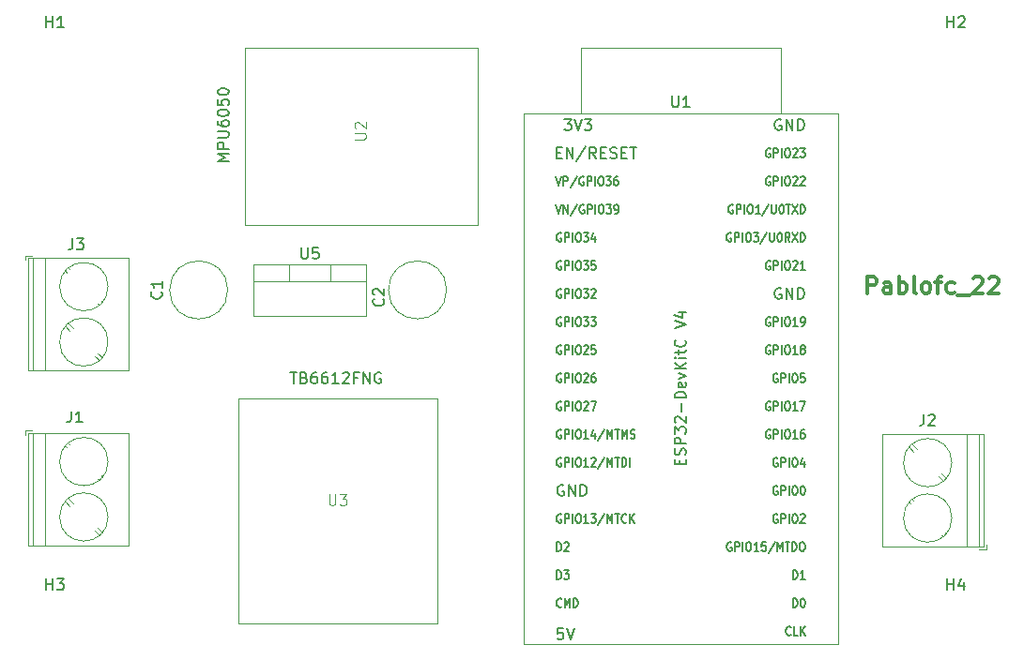
<source format=gbr>
%TF.GenerationSoftware,KiCad,Pcbnew,7.0.8*%
%TF.CreationDate,2024-04-18T13:17:51+02:00*%
%TF.ProjectId,pendulo_invertido,70656e64-756c-46f5-9f69-6e7665727469,rev?*%
%TF.SameCoordinates,Original*%
%TF.FileFunction,Legend,Top*%
%TF.FilePolarity,Positive*%
%FSLAX46Y46*%
G04 Gerber Fmt 4.6, Leading zero omitted, Abs format (unit mm)*
G04 Created by KiCad (PCBNEW 7.0.8) date 2024-04-18 13:17:51*
%MOMM*%
%LPD*%
G01*
G04 APERTURE LIST*
%ADD10C,0.300000*%
%ADD11C,0.150000*%
%ADD12C,0.100000*%
%ADD13C,0.120000*%
G04 APERTURE END LIST*
D10*
X154554510Y-86300828D02*
X154554510Y-84800828D01*
X154554510Y-84800828D02*
X155125939Y-84800828D01*
X155125939Y-84800828D02*
X155268796Y-84872257D01*
X155268796Y-84872257D02*
X155340225Y-84943685D01*
X155340225Y-84943685D02*
X155411653Y-85086542D01*
X155411653Y-85086542D02*
X155411653Y-85300828D01*
X155411653Y-85300828D02*
X155340225Y-85443685D01*
X155340225Y-85443685D02*
X155268796Y-85515114D01*
X155268796Y-85515114D02*
X155125939Y-85586542D01*
X155125939Y-85586542D02*
X154554510Y-85586542D01*
X156697368Y-86300828D02*
X156697368Y-85515114D01*
X156697368Y-85515114D02*
X156625939Y-85372257D01*
X156625939Y-85372257D02*
X156483082Y-85300828D01*
X156483082Y-85300828D02*
X156197368Y-85300828D01*
X156197368Y-85300828D02*
X156054510Y-85372257D01*
X156697368Y-86229400D02*
X156554510Y-86300828D01*
X156554510Y-86300828D02*
X156197368Y-86300828D01*
X156197368Y-86300828D02*
X156054510Y-86229400D01*
X156054510Y-86229400D02*
X155983082Y-86086542D01*
X155983082Y-86086542D02*
X155983082Y-85943685D01*
X155983082Y-85943685D02*
X156054510Y-85800828D01*
X156054510Y-85800828D02*
X156197368Y-85729400D01*
X156197368Y-85729400D02*
X156554510Y-85729400D01*
X156554510Y-85729400D02*
X156697368Y-85657971D01*
X157411653Y-86300828D02*
X157411653Y-84800828D01*
X157411653Y-85372257D02*
X157554511Y-85300828D01*
X157554511Y-85300828D02*
X157840225Y-85300828D01*
X157840225Y-85300828D02*
X157983082Y-85372257D01*
X157983082Y-85372257D02*
X158054511Y-85443685D01*
X158054511Y-85443685D02*
X158125939Y-85586542D01*
X158125939Y-85586542D02*
X158125939Y-86015114D01*
X158125939Y-86015114D02*
X158054511Y-86157971D01*
X158054511Y-86157971D02*
X157983082Y-86229400D01*
X157983082Y-86229400D02*
X157840225Y-86300828D01*
X157840225Y-86300828D02*
X157554511Y-86300828D01*
X157554511Y-86300828D02*
X157411653Y-86229400D01*
X158983082Y-86300828D02*
X158840225Y-86229400D01*
X158840225Y-86229400D02*
X158768796Y-86086542D01*
X158768796Y-86086542D02*
X158768796Y-84800828D01*
X159768796Y-86300828D02*
X159625939Y-86229400D01*
X159625939Y-86229400D02*
X159554510Y-86157971D01*
X159554510Y-86157971D02*
X159483082Y-86015114D01*
X159483082Y-86015114D02*
X159483082Y-85586542D01*
X159483082Y-85586542D02*
X159554510Y-85443685D01*
X159554510Y-85443685D02*
X159625939Y-85372257D01*
X159625939Y-85372257D02*
X159768796Y-85300828D01*
X159768796Y-85300828D02*
X159983082Y-85300828D01*
X159983082Y-85300828D02*
X160125939Y-85372257D01*
X160125939Y-85372257D02*
X160197368Y-85443685D01*
X160197368Y-85443685D02*
X160268796Y-85586542D01*
X160268796Y-85586542D02*
X160268796Y-86015114D01*
X160268796Y-86015114D02*
X160197368Y-86157971D01*
X160197368Y-86157971D02*
X160125939Y-86229400D01*
X160125939Y-86229400D02*
X159983082Y-86300828D01*
X159983082Y-86300828D02*
X159768796Y-86300828D01*
X160697368Y-85300828D02*
X161268796Y-85300828D01*
X160911653Y-86300828D02*
X160911653Y-85015114D01*
X160911653Y-85015114D02*
X160983082Y-84872257D01*
X160983082Y-84872257D02*
X161125939Y-84800828D01*
X161125939Y-84800828D02*
X161268796Y-84800828D01*
X162411654Y-86229400D02*
X162268796Y-86300828D01*
X162268796Y-86300828D02*
X161983082Y-86300828D01*
X161983082Y-86300828D02*
X161840225Y-86229400D01*
X161840225Y-86229400D02*
X161768796Y-86157971D01*
X161768796Y-86157971D02*
X161697368Y-86015114D01*
X161697368Y-86015114D02*
X161697368Y-85586542D01*
X161697368Y-85586542D02*
X161768796Y-85443685D01*
X161768796Y-85443685D02*
X161840225Y-85372257D01*
X161840225Y-85372257D02*
X161983082Y-85300828D01*
X161983082Y-85300828D02*
X162268796Y-85300828D01*
X162268796Y-85300828D02*
X162411654Y-85372257D01*
X162697368Y-86443685D02*
X163840225Y-86443685D01*
X164125939Y-84943685D02*
X164197367Y-84872257D01*
X164197367Y-84872257D02*
X164340225Y-84800828D01*
X164340225Y-84800828D02*
X164697367Y-84800828D01*
X164697367Y-84800828D02*
X164840225Y-84872257D01*
X164840225Y-84872257D02*
X164911653Y-84943685D01*
X164911653Y-84943685D02*
X164983082Y-85086542D01*
X164983082Y-85086542D02*
X164983082Y-85229400D01*
X164983082Y-85229400D02*
X164911653Y-85443685D01*
X164911653Y-85443685D02*
X164054510Y-86300828D01*
X164054510Y-86300828D02*
X164983082Y-86300828D01*
X165554510Y-84943685D02*
X165625938Y-84872257D01*
X165625938Y-84872257D02*
X165768796Y-84800828D01*
X165768796Y-84800828D02*
X166125938Y-84800828D01*
X166125938Y-84800828D02*
X166268796Y-84872257D01*
X166268796Y-84872257D02*
X166340224Y-84943685D01*
X166340224Y-84943685D02*
X166411653Y-85086542D01*
X166411653Y-85086542D02*
X166411653Y-85229400D01*
X166411653Y-85229400D02*
X166340224Y-85443685D01*
X166340224Y-85443685D02*
X165483081Y-86300828D01*
X165483081Y-86300828D02*
X166411653Y-86300828D01*
D11*
X103518095Y-82184819D02*
X103518095Y-82994342D01*
X103518095Y-82994342D02*
X103565714Y-83089580D01*
X103565714Y-83089580D02*
X103613333Y-83137200D01*
X103613333Y-83137200D02*
X103708571Y-83184819D01*
X103708571Y-83184819D02*
X103899047Y-83184819D01*
X103899047Y-83184819D02*
X103994285Y-83137200D01*
X103994285Y-83137200D02*
X104041904Y-83089580D01*
X104041904Y-83089580D02*
X104089523Y-82994342D01*
X104089523Y-82994342D02*
X104089523Y-82184819D01*
X105041904Y-82184819D02*
X104565714Y-82184819D01*
X104565714Y-82184819D02*
X104518095Y-82661009D01*
X104518095Y-82661009D02*
X104565714Y-82613390D01*
X104565714Y-82613390D02*
X104660952Y-82565771D01*
X104660952Y-82565771D02*
X104899047Y-82565771D01*
X104899047Y-82565771D02*
X104994285Y-82613390D01*
X104994285Y-82613390D02*
X105041904Y-82661009D01*
X105041904Y-82661009D02*
X105089523Y-82756247D01*
X105089523Y-82756247D02*
X105089523Y-82994342D01*
X105089523Y-82994342D02*
X105041904Y-83089580D01*
X105041904Y-83089580D02*
X104994285Y-83137200D01*
X104994285Y-83137200D02*
X104899047Y-83184819D01*
X104899047Y-83184819D02*
X104660952Y-83184819D01*
X104660952Y-83184819D02*
X104565714Y-83137200D01*
X104565714Y-83137200D02*
X104518095Y-83089580D01*
X161798095Y-113094819D02*
X161798095Y-112094819D01*
X161798095Y-112571009D02*
X162369523Y-112571009D01*
X162369523Y-113094819D02*
X162369523Y-112094819D01*
X163274285Y-112428152D02*
X163274285Y-113094819D01*
X163036190Y-112047200D02*
X162798095Y-112761485D01*
X162798095Y-112761485D02*
X163417142Y-112761485D01*
X82866666Y-81354819D02*
X82866666Y-82069104D01*
X82866666Y-82069104D02*
X82819047Y-82211961D01*
X82819047Y-82211961D02*
X82723809Y-82307200D01*
X82723809Y-82307200D02*
X82580952Y-82354819D01*
X82580952Y-82354819D02*
X82485714Y-82354819D01*
X83247619Y-81354819D02*
X83866666Y-81354819D01*
X83866666Y-81354819D02*
X83533333Y-81735771D01*
X83533333Y-81735771D02*
X83676190Y-81735771D01*
X83676190Y-81735771D02*
X83771428Y-81783390D01*
X83771428Y-81783390D02*
X83819047Y-81831009D01*
X83819047Y-81831009D02*
X83866666Y-81926247D01*
X83866666Y-81926247D02*
X83866666Y-82164342D01*
X83866666Y-82164342D02*
X83819047Y-82259580D01*
X83819047Y-82259580D02*
X83771428Y-82307200D01*
X83771428Y-82307200D02*
X83676190Y-82354819D01*
X83676190Y-82354819D02*
X83390476Y-82354819D01*
X83390476Y-82354819D02*
X83295238Y-82307200D01*
X83295238Y-82307200D02*
X83247619Y-82259580D01*
X159666666Y-97254819D02*
X159666666Y-97969104D01*
X159666666Y-97969104D02*
X159619047Y-98111961D01*
X159619047Y-98111961D02*
X159523809Y-98207200D01*
X159523809Y-98207200D02*
X159380952Y-98254819D01*
X159380952Y-98254819D02*
X159285714Y-98254819D01*
X160095238Y-97350057D02*
X160142857Y-97302438D01*
X160142857Y-97302438D02*
X160238095Y-97254819D01*
X160238095Y-97254819D02*
X160476190Y-97254819D01*
X160476190Y-97254819D02*
X160571428Y-97302438D01*
X160571428Y-97302438D02*
X160619047Y-97350057D01*
X160619047Y-97350057D02*
X160666666Y-97445295D01*
X160666666Y-97445295D02*
X160666666Y-97540533D01*
X160666666Y-97540533D02*
X160619047Y-97683390D01*
X160619047Y-97683390D02*
X160047619Y-98254819D01*
X160047619Y-98254819D02*
X160666666Y-98254819D01*
D12*
X108327419Y-72401904D02*
X109136942Y-72401904D01*
X109136942Y-72401904D02*
X109232180Y-72354285D01*
X109232180Y-72354285D02*
X109279800Y-72306666D01*
X109279800Y-72306666D02*
X109327419Y-72211428D01*
X109327419Y-72211428D02*
X109327419Y-72020952D01*
X109327419Y-72020952D02*
X109279800Y-71925714D01*
X109279800Y-71925714D02*
X109232180Y-71878095D01*
X109232180Y-71878095D02*
X109136942Y-71830476D01*
X109136942Y-71830476D02*
X108327419Y-71830476D01*
X108422657Y-71401904D02*
X108375038Y-71354285D01*
X108375038Y-71354285D02*
X108327419Y-71259047D01*
X108327419Y-71259047D02*
X108327419Y-71020952D01*
X108327419Y-71020952D02*
X108375038Y-70925714D01*
X108375038Y-70925714D02*
X108422657Y-70878095D01*
X108422657Y-70878095D02*
X108517895Y-70830476D01*
X108517895Y-70830476D02*
X108613133Y-70830476D01*
X108613133Y-70830476D02*
X108755990Y-70878095D01*
X108755990Y-70878095D02*
X109327419Y-71449523D01*
X109327419Y-71449523D02*
X109327419Y-70830476D01*
D11*
X96974819Y-74381904D02*
X95974819Y-74381904D01*
X95974819Y-74381904D02*
X96689104Y-74048571D01*
X96689104Y-74048571D02*
X95974819Y-73715238D01*
X95974819Y-73715238D02*
X96974819Y-73715238D01*
X96974819Y-73239047D02*
X95974819Y-73239047D01*
X95974819Y-73239047D02*
X95974819Y-72858095D01*
X95974819Y-72858095D02*
X96022438Y-72762857D01*
X96022438Y-72762857D02*
X96070057Y-72715238D01*
X96070057Y-72715238D02*
X96165295Y-72667619D01*
X96165295Y-72667619D02*
X96308152Y-72667619D01*
X96308152Y-72667619D02*
X96403390Y-72715238D01*
X96403390Y-72715238D02*
X96451009Y-72762857D01*
X96451009Y-72762857D02*
X96498628Y-72858095D01*
X96498628Y-72858095D02*
X96498628Y-73239047D01*
X95974819Y-72239047D02*
X96784342Y-72239047D01*
X96784342Y-72239047D02*
X96879580Y-72191428D01*
X96879580Y-72191428D02*
X96927200Y-72143809D01*
X96927200Y-72143809D02*
X96974819Y-72048571D01*
X96974819Y-72048571D02*
X96974819Y-71858095D01*
X96974819Y-71858095D02*
X96927200Y-71762857D01*
X96927200Y-71762857D02*
X96879580Y-71715238D01*
X96879580Y-71715238D02*
X96784342Y-71667619D01*
X96784342Y-71667619D02*
X95974819Y-71667619D01*
X95974819Y-70762857D02*
X95974819Y-70953333D01*
X95974819Y-70953333D02*
X96022438Y-71048571D01*
X96022438Y-71048571D02*
X96070057Y-71096190D01*
X96070057Y-71096190D02*
X96212914Y-71191428D01*
X96212914Y-71191428D02*
X96403390Y-71239047D01*
X96403390Y-71239047D02*
X96784342Y-71239047D01*
X96784342Y-71239047D02*
X96879580Y-71191428D01*
X96879580Y-71191428D02*
X96927200Y-71143809D01*
X96927200Y-71143809D02*
X96974819Y-71048571D01*
X96974819Y-71048571D02*
X96974819Y-70858095D01*
X96974819Y-70858095D02*
X96927200Y-70762857D01*
X96927200Y-70762857D02*
X96879580Y-70715238D01*
X96879580Y-70715238D02*
X96784342Y-70667619D01*
X96784342Y-70667619D02*
X96546247Y-70667619D01*
X96546247Y-70667619D02*
X96451009Y-70715238D01*
X96451009Y-70715238D02*
X96403390Y-70762857D01*
X96403390Y-70762857D02*
X96355771Y-70858095D01*
X96355771Y-70858095D02*
X96355771Y-71048571D01*
X96355771Y-71048571D02*
X96403390Y-71143809D01*
X96403390Y-71143809D02*
X96451009Y-71191428D01*
X96451009Y-71191428D02*
X96546247Y-71239047D01*
X95974819Y-70048571D02*
X95974819Y-69953333D01*
X95974819Y-69953333D02*
X96022438Y-69858095D01*
X96022438Y-69858095D02*
X96070057Y-69810476D01*
X96070057Y-69810476D02*
X96165295Y-69762857D01*
X96165295Y-69762857D02*
X96355771Y-69715238D01*
X96355771Y-69715238D02*
X96593866Y-69715238D01*
X96593866Y-69715238D02*
X96784342Y-69762857D01*
X96784342Y-69762857D02*
X96879580Y-69810476D01*
X96879580Y-69810476D02*
X96927200Y-69858095D01*
X96927200Y-69858095D02*
X96974819Y-69953333D01*
X96974819Y-69953333D02*
X96974819Y-70048571D01*
X96974819Y-70048571D02*
X96927200Y-70143809D01*
X96927200Y-70143809D02*
X96879580Y-70191428D01*
X96879580Y-70191428D02*
X96784342Y-70239047D01*
X96784342Y-70239047D02*
X96593866Y-70286666D01*
X96593866Y-70286666D02*
X96355771Y-70286666D01*
X96355771Y-70286666D02*
X96165295Y-70239047D01*
X96165295Y-70239047D02*
X96070057Y-70191428D01*
X96070057Y-70191428D02*
X96022438Y-70143809D01*
X96022438Y-70143809D02*
X95974819Y-70048571D01*
X95974819Y-68810476D02*
X95974819Y-69286666D01*
X95974819Y-69286666D02*
X96451009Y-69334285D01*
X96451009Y-69334285D02*
X96403390Y-69286666D01*
X96403390Y-69286666D02*
X96355771Y-69191428D01*
X96355771Y-69191428D02*
X96355771Y-68953333D01*
X96355771Y-68953333D02*
X96403390Y-68858095D01*
X96403390Y-68858095D02*
X96451009Y-68810476D01*
X96451009Y-68810476D02*
X96546247Y-68762857D01*
X96546247Y-68762857D02*
X96784342Y-68762857D01*
X96784342Y-68762857D02*
X96879580Y-68810476D01*
X96879580Y-68810476D02*
X96927200Y-68858095D01*
X96927200Y-68858095D02*
X96974819Y-68953333D01*
X96974819Y-68953333D02*
X96974819Y-69191428D01*
X96974819Y-69191428D02*
X96927200Y-69286666D01*
X96927200Y-69286666D02*
X96879580Y-69334285D01*
X95974819Y-68143809D02*
X95974819Y-68048571D01*
X95974819Y-68048571D02*
X96022438Y-67953333D01*
X96022438Y-67953333D02*
X96070057Y-67905714D01*
X96070057Y-67905714D02*
X96165295Y-67858095D01*
X96165295Y-67858095D02*
X96355771Y-67810476D01*
X96355771Y-67810476D02*
X96593866Y-67810476D01*
X96593866Y-67810476D02*
X96784342Y-67858095D01*
X96784342Y-67858095D02*
X96879580Y-67905714D01*
X96879580Y-67905714D02*
X96927200Y-67953333D01*
X96927200Y-67953333D02*
X96974819Y-68048571D01*
X96974819Y-68048571D02*
X96974819Y-68143809D01*
X96974819Y-68143809D02*
X96927200Y-68239047D01*
X96927200Y-68239047D02*
X96879580Y-68286666D01*
X96879580Y-68286666D02*
X96784342Y-68334285D01*
X96784342Y-68334285D02*
X96593866Y-68381904D01*
X96593866Y-68381904D02*
X96355771Y-68381904D01*
X96355771Y-68381904D02*
X96165295Y-68334285D01*
X96165295Y-68334285D02*
X96070057Y-68286666D01*
X96070057Y-68286666D02*
X96022438Y-68239047D01*
X96022438Y-68239047D02*
X95974819Y-68143809D01*
D12*
X106028095Y-104437419D02*
X106028095Y-105246942D01*
X106028095Y-105246942D02*
X106075714Y-105342180D01*
X106075714Y-105342180D02*
X106123333Y-105389800D01*
X106123333Y-105389800D02*
X106218571Y-105437419D01*
X106218571Y-105437419D02*
X106409047Y-105437419D01*
X106409047Y-105437419D02*
X106504285Y-105389800D01*
X106504285Y-105389800D02*
X106551904Y-105342180D01*
X106551904Y-105342180D02*
X106599523Y-105246942D01*
X106599523Y-105246942D02*
X106599523Y-104437419D01*
X106980476Y-104437419D02*
X107599523Y-104437419D01*
X107599523Y-104437419D02*
X107266190Y-104818371D01*
X107266190Y-104818371D02*
X107409047Y-104818371D01*
X107409047Y-104818371D02*
X107504285Y-104865990D01*
X107504285Y-104865990D02*
X107551904Y-104913609D01*
X107551904Y-104913609D02*
X107599523Y-105008847D01*
X107599523Y-105008847D02*
X107599523Y-105246942D01*
X107599523Y-105246942D02*
X107551904Y-105342180D01*
X107551904Y-105342180D02*
X107504285Y-105389800D01*
X107504285Y-105389800D02*
X107409047Y-105437419D01*
X107409047Y-105437419D02*
X107123333Y-105437419D01*
X107123333Y-105437419D02*
X107028095Y-105389800D01*
X107028095Y-105389800D02*
X106980476Y-105342180D01*
D11*
X102537143Y-93434819D02*
X103108571Y-93434819D01*
X102822857Y-94434819D02*
X102822857Y-93434819D01*
X103775238Y-93911009D02*
X103918095Y-93958628D01*
X103918095Y-93958628D02*
X103965714Y-94006247D01*
X103965714Y-94006247D02*
X104013333Y-94101485D01*
X104013333Y-94101485D02*
X104013333Y-94244342D01*
X104013333Y-94244342D02*
X103965714Y-94339580D01*
X103965714Y-94339580D02*
X103918095Y-94387200D01*
X103918095Y-94387200D02*
X103822857Y-94434819D01*
X103822857Y-94434819D02*
X103441905Y-94434819D01*
X103441905Y-94434819D02*
X103441905Y-93434819D01*
X103441905Y-93434819D02*
X103775238Y-93434819D01*
X103775238Y-93434819D02*
X103870476Y-93482438D01*
X103870476Y-93482438D02*
X103918095Y-93530057D01*
X103918095Y-93530057D02*
X103965714Y-93625295D01*
X103965714Y-93625295D02*
X103965714Y-93720533D01*
X103965714Y-93720533D02*
X103918095Y-93815771D01*
X103918095Y-93815771D02*
X103870476Y-93863390D01*
X103870476Y-93863390D02*
X103775238Y-93911009D01*
X103775238Y-93911009D02*
X103441905Y-93911009D01*
X104870476Y-93434819D02*
X104680000Y-93434819D01*
X104680000Y-93434819D02*
X104584762Y-93482438D01*
X104584762Y-93482438D02*
X104537143Y-93530057D01*
X104537143Y-93530057D02*
X104441905Y-93672914D01*
X104441905Y-93672914D02*
X104394286Y-93863390D01*
X104394286Y-93863390D02*
X104394286Y-94244342D01*
X104394286Y-94244342D02*
X104441905Y-94339580D01*
X104441905Y-94339580D02*
X104489524Y-94387200D01*
X104489524Y-94387200D02*
X104584762Y-94434819D01*
X104584762Y-94434819D02*
X104775238Y-94434819D01*
X104775238Y-94434819D02*
X104870476Y-94387200D01*
X104870476Y-94387200D02*
X104918095Y-94339580D01*
X104918095Y-94339580D02*
X104965714Y-94244342D01*
X104965714Y-94244342D02*
X104965714Y-94006247D01*
X104965714Y-94006247D02*
X104918095Y-93911009D01*
X104918095Y-93911009D02*
X104870476Y-93863390D01*
X104870476Y-93863390D02*
X104775238Y-93815771D01*
X104775238Y-93815771D02*
X104584762Y-93815771D01*
X104584762Y-93815771D02*
X104489524Y-93863390D01*
X104489524Y-93863390D02*
X104441905Y-93911009D01*
X104441905Y-93911009D02*
X104394286Y-94006247D01*
X105822857Y-93434819D02*
X105632381Y-93434819D01*
X105632381Y-93434819D02*
X105537143Y-93482438D01*
X105537143Y-93482438D02*
X105489524Y-93530057D01*
X105489524Y-93530057D02*
X105394286Y-93672914D01*
X105394286Y-93672914D02*
X105346667Y-93863390D01*
X105346667Y-93863390D02*
X105346667Y-94244342D01*
X105346667Y-94244342D02*
X105394286Y-94339580D01*
X105394286Y-94339580D02*
X105441905Y-94387200D01*
X105441905Y-94387200D02*
X105537143Y-94434819D01*
X105537143Y-94434819D02*
X105727619Y-94434819D01*
X105727619Y-94434819D02*
X105822857Y-94387200D01*
X105822857Y-94387200D02*
X105870476Y-94339580D01*
X105870476Y-94339580D02*
X105918095Y-94244342D01*
X105918095Y-94244342D02*
X105918095Y-94006247D01*
X105918095Y-94006247D02*
X105870476Y-93911009D01*
X105870476Y-93911009D02*
X105822857Y-93863390D01*
X105822857Y-93863390D02*
X105727619Y-93815771D01*
X105727619Y-93815771D02*
X105537143Y-93815771D01*
X105537143Y-93815771D02*
X105441905Y-93863390D01*
X105441905Y-93863390D02*
X105394286Y-93911009D01*
X105394286Y-93911009D02*
X105346667Y-94006247D01*
X106870476Y-94434819D02*
X106299048Y-94434819D01*
X106584762Y-94434819D02*
X106584762Y-93434819D01*
X106584762Y-93434819D02*
X106489524Y-93577676D01*
X106489524Y-93577676D02*
X106394286Y-93672914D01*
X106394286Y-93672914D02*
X106299048Y-93720533D01*
X107251429Y-93530057D02*
X107299048Y-93482438D01*
X107299048Y-93482438D02*
X107394286Y-93434819D01*
X107394286Y-93434819D02*
X107632381Y-93434819D01*
X107632381Y-93434819D02*
X107727619Y-93482438D01*
X107727619Y-93482438D02*
X107775238Y-93530057D01*
X107775238Y-93530057D02*
X107822857Y-93625295D01*
X107822857Y-93625295D02*
X107822857Y-93720533D01*
X107822857Y-93720533D02*
X107775238Y-93863390D01*
X107775238Y-93863390D02*
X107203810Y-94434819D01*
X107203810Y-94434819D02*
X107822857Y-94434819D01*
X108584762Y-93911009D02*
X108251429Y-93911009D01*
X108251429Y-94434819D02*
X108251429Y-93434819D01*
X108251429Y-93434819D02*
X108727619Y-93434819D01*
X109108572Y-94434819D02*
X109108572Y-93434819D01*
X109108572Y-93434819D02*
X109680000Y-94434819D01*
X109680000Y-94434819D02*
X109680000Y-93434819D01*
X110680000Y-93482438D02*
X110584762Y-93434819D01*
X110584762Y-93434819D02*
X110441905Y-93434819D01*
X110441905Y-93434819D02*
X110299048Y-93482438D01*
X110299048Y-93482438D02*
X110203810Y-93577676D01*
X110203810Y-93577676D02*
X110156191Y-93672914D01*
X110156191Y-93672914D02*
X110108572Y-93863390D01*
X110108572Y-93863390D02*
X110108572Y-94006247D01*
X110108572Y-94006247D02*
X110156191Y-94196723D01*
X110156191Y-94196723D02*
X110203810Y-94291961D01*
X110203810Y-94291961D02*
X110299048Y-94387200D01*
X110299048Y-94387200D02*
X110441905Y-94434819D01*
X110441905Y-94434819D02*
X110537143Y-94434819D01*
X110537143Y-94434819D02*
X110680000Y-94387200D01*
X110680000Y-94387200D02*
X110727619Y-94339580D01*
X110727619Y-94339580D02*
X110727619Y-94006247D01*
X110727619Y-94006247D02*
X110537143Y-94006247D01*
X80518095Y-62294819D02*
X80518095Y-61294819D01*
X80518095Y-61771009D02*
X81089523Y-61771009D01*
X81089523Y-62294819D02*
X81089523Y-61294819D01*
X82089523Y-62294819D02*
X81518095Y-62294819D01*
X81803809Y-62294819D02*
X81803809Y-61294819D01*
X81803809Y-61294819D02*
X81708571Y-61437676D01*
X81708571Y-61437676D02*
X81613333Y-61532914D01*
X81613333Y-61532914D02*
X81518095Y-61580533D01*
X82766666Y-96954819D02*
X82766666Y-97669104D01*
X82766666Y-97669104D02*
X82719047Y-97811961D01*
X82719047Y-97811961D02*
X82623809Y-97907200D01*
X82623809Y-97907200D02*
X82480952Y-97954819D01*
X82480952Y-97954819D02*
X82385714Y-97954819D01*
X83766666Y-97954819D02*
X83195238Y-97954819D01*
X83480952Y-97954819D02*
X83480952Y-96954819D01*
X83480952Y-96954819D02*
X83385714Y-97097676D01*
X83385714Y-97097676D02*
X83290476Y-97192914D01*
X83290476Y-97192914D02*
X83195238Y-97240533D01*
X80518095Y-113094819D02*
X80518095Y-112094819D01*
X80518095Y-112571009D02*
X81089523Y-112571009D01*
X81089523Y-113094819D02*
X81089523Y-112094819D01*
X81470476Y-112094819D02*
X82089523Y-112094819D01*
X82089523Y-112094819D02*
X81756190Y-112475771D01*
X81756190Y-112475771D02*
X81899047Y-112475771D01*
X81899047Y-112475771D02*
X81994285Y-112523390D01*
X81994285Y-112523390D02*
X82041904Y-112571009D01*
X82041904Y-112571009D02*
X82089523Y-112666247D01*
X82089523Y-112666247D02*
X82089523Y-112904342D01*
X82089523Y-112904342D02*
X82041904Y-112999580D01*
X82041904Y-112999580D02*
X81994285Y-113047200D01*
X81994285Y-113047200D02*
X81899047Y-113094819D01*
X81899047Y-113094819D02*
X81613333Y-113094819D01*
X81613333Y-113094819D02*
X81518095Y-113047200D01*
X81518095Y-113047200D02*
X81470476Y-112999580D01*
X161798095Y-62294819D02*
X161798095Y-61294819D01*
X161798095Y-61771009D02*
X162369523Y-61771009D01*
X162369523Y-62294819D02*
X162369523Y-61294819D01*
X162798095Y-61390057D02*
X162845714Y-61342438D01*
X162845714Y-61342438D02*
X162940952Y-61294819D01*
X162940952Y-61294819D02*
X163179047Y-61294819D01*
X163179047Y-61294819D02*
X163274285Y-61342438D01*
X163274285Y-61342438D02*
X163321904Y-61390057D01*
X163321904Y-61390057D02*
X163369523Y-61485295D01*
X163369523Y-61485295D02*
X163369523Y-61580533D01*
X163369523Y-61580533D02*
X163321904Y-61723390D01*
X163321904Y-61723390D02*
X162750476Y-62294819D01*
X162750476Y-62294819D02*
X163369523Y-62294819D01*
X110889580Y-86806666D02*
X110937200Y-86854285D01*
X110937200Y-86854285D02*
X110984819Y-86997142D01*
X110984819Y-86997142D02*
X110984819Y-87092380D01*
X110984819Y-87092380D02*
X110937200Y-87235237D01*
X110937200Y-87235237D02*
X110841961Y-87330475D01*
X110841961Y-87330475D02*
X110746723Y-87378094D01*
X110746723Y-87378094D02*
X110556247Y-87425713D01*
X110556247Y-87425713D02*
X110413390Y-87425713D01*
X110413390Y-87425713D02*
X110222914Y-87378094D01*
X110222914Y-87378094D02*
X110127676Y-87330475D01*
X110127676Y-87330475D02*
X110032438Y-87235237D01*
X110032438Y-87235237D02*
X109984819Y-87092380D01*
X109984819Y-87092380D02*
X109984819Y-86997142D01*
X109984819Y-86997142D02*
X110032438Y-86854285D01*
X110032438Y-86854285D02*
X110080057Y-86806666D01*
X110080057Y-86425713D02*
X110032438Y-86378094D01*
X110032438Y-86378094D02*
X109984819Y-86282856D01*
X109984819Y-86282856D02*
X109984819Y-86044761D01*
X109984819Y-86044761D02*
X110032438Y-85949523D01*
X110032438Y-85949523D02*
X110080057Y-85901904D01*
X110080057Y-85901904D02*
X110175295Y-85854285D01*
X110175295Y-85854285D02*
X110270533Y-85854285D01*
X110270533Y-85854285D02*
X110413390Y-85901904D01*
X110413390Y-85901904D02*
X110984819Y-86473332D01*
X110984819Y-86473332D02*
X110984819Y-85854285D01*
X136982295Y-68474819D02*
X136982295Y-69284342D01*
X136982295Y-69284342D02*
X137029914Y-69379580D01*
X137029914Y-69379580D02*
X137077533Y-69427200D01*
X137077533Y-69427200D02*
X137172771Y-69474819D01*
X137172771Y-69474819D02*
X137363247Y-69474819D01*
X137363247Y-69474819D02*
X137458485Y-69427200D01*
X137458485Y-69427200D02*
X137506104Y-69379580D01*
X137506104Y-69379580D02*
X137553723Y-69284342D01*
X137553723Y-69284342D02*
X137553723Y-68474819D01*
X138553723Y-69474819D02*
X137982295Y-69474819D01*
X138268009Y-69474819D02*
X138268009Y-68474819D01*
X138268009Y-68474819D02*
X138172771Y-68617676D01*
X138172771Y-68617676D02*
X138077533Y-68712914D01*
X138077533Y-68712914D02*
X137982295Y-68760533D01*
X137675209Y-101749999D02*
X137675209Y-101416666D01*
X138199019Y-101273809D02*
X138199019Y-101749999D01*
X138199019Y-101749999D02*
X137199019Y-101749999D01*
X137199019Y-101749999D02*
X137199019Y-101273809D01*
X138151400Y-100892856D02*
X138199019Y-100749999D01*
X138199019Y-100749999D02*
X138199019Y-100511904D01*
X138199019Y-100511904D02*
X138151400Y-100416666D01*
X138151400Y-100416666D02*
X138103780Y-100369047D01*
X138103780Y-100369047D02*
X138008542Y-100321428D01*
X138008542Y-100321428D02*
X137913304Y-100321428D01*
X137913304Y-100321428D02*
X137818066Y-100369047D01*
X137818066Y-100369047D02*
X137770447Y-100416666D01*
X137770447Y-100416666D02*
X137722828Y-100511904D01*
X137722828Y-100511904D02*
X137675209Y-100702380D01*
X137675209Y-100702380D02*
X137627590Y-100797618D01*
X137627590Y-100797618D02*
X137579971Y-100845237D01*
X137579971Y-100845237D02*
X137484733Y-100892856D01*
X137484733Y-100892856D02*
X137389495Y-100892856D01*
X137389495Y-100892856D02*
X137294257Y-100845237D01*
X137294257Y-100845237D02*
X137246638Y-100797618D01*
X137246638Y-100797618D02*
X137199019Y-100702380D01*
X137199019Y-100702380D02*
X137199019Y-100464285D01*
X137199019Y-100464285D02*
X137246638Y-100321428D01*
X138199019Y-99892856D02*
X137199019Y-99892856D01*
X137199019Y-99892856D02*
X137199019Y-99511904D01*
X137199019Y-99511904D02*
X137246638Y-99416666D01*
X137246638Y-99416666D02*
X137294257Y-99369047D01*
X137294257Y-99369047D02*
X137389495Y-99321428D01*
X137389495Y-99321428D02*
X137532352Y-99321428D01*
X137532352Y-99321428D02*
X137627590Y-99369047D01*
X137627590Y-99369047D02*
X137675209Y-99416666D01*
X137675209Y-99416666D02*
X137722828Y-99511904D01*
X137722828Y-99511904D02*
X137722828Y-99892856D01*
X137199019Y-98988094D02*
X137199019Y-98369047D01*
X137199019Y-98369047D02*
X137579971Y-98702380D01*
X137579971Y-98702380D02*
X137579971Y-98559523D01*
X137579971Y-98559523D02*
X137627590Y-98464285D01*
X137627590Y-98464285D02*
X137675209Y-98416666D01*
X137675209Y-98416666D02*
X137770447Y-98369047D01*
X137770447Y-98369047D02*
X138008542Y-98369047D01*
X138008542Y-98369047D02*
X138103780Y-98416666D01*
X138103780Y-98416666D02*
X138151400Y-98464285D01*
X138151400Y-98464285D02*
X138199019Y-98559523D01*
X138199019Y-98559523D02*
X138199019Y-98845237D01*
X138199019Y-98845237D02*
X138151400Y-98940475D01*
X138151400Y-98940475D02*
X138103780Y-98988094D01*
X137294257Y-97988094D02*
X137246638Y-97940475D01*
X137246638Y-97940475D02*
X137199019Y-97845237D01*
X137199019Y-97845237D02*
X137199019Y-97607142D01*
X137199019Y-97607142D02*
X137246638Y-97511904D01*
X137246638Y-97511904D02*
X137294257Y-97464285D01*
X137294257Y-97464285D02*
X137389495Y-97416666D01*
X137389495Y-97416666D02*
X137484733Y-97416666D01*
X137484733Y-97416666D02*
X137627590Y-97464285D01*
X137627590Y-97464285D02*
X138199019Y-98035713D01*
X138199019Y-98035713D02*
X138199019Y-97416666D01*
X137818066Y-96988094D02*
X137818066Y-96226190D01*
X138199019Y-95749999D02*
X137199019Y-95749999D01*
X137199019Y-95749999D02*
X137199019Y-95511904D01*
X137199019Y-95511904D02*
X137246638Y-95369047D01*
X137246638Y-95369047D02*
X137341876Y-95273809D01*
X137341876Y-95273809D02*
X137437114Y-95226190D01*
X137437114Y-95226190D02*
X137627590Y-95178571D01*
X137627590Y-95178571D02*
X137770447Y-95178571D01*
X137770447Y-95178571D02*
X137960923Y-95226190D01*
X137960923Y-95226190D02*
X138056161Y-95273809D01*
X138056161Y-95273809D02*
X138151400Y-95369047D01*
X138151400Y-95369047D02*
X138199019Y-95511904D01*
X138199019Y-95511904D02*
X138199019Y-95749999D01*
X138151400Y-94369047D02*
X138199019Y-94464285D01*
X138199019Y-94464285D02*
X138199019Y-94654761D01*
X138199019Y-94654761D02*
X138151400Y-94749999D01*
X138151400Y-94749999D02*
X138056161Y-94797618D01*
X138056161Y-94797618D02*
X137675209Y-94797618D01*
X137675209Y-94797618D02*
X137579971Y-94749999D01*
X137579971Y-94749999D02*
X137532352Y-94654761D01*
X137532352Y-94654761D02*
X137532352Y-94464285D01*
X137532352Y-94464285D02*
X137579971Y-94369047D01*
X137579971Y-94369047D02*
X137675209Y-94321428D01*
X137675209Y-94321428D02*
X137770447Y-94321428D01*
X137770447Y-94321428D02*
X137865685Y-94797618D01*
X137532352Y-93988094D02*
X138199019Y-93749999D01*
X138199019Y-93749999D02*
X137532352Y-93511904D01*
X138199019Y-93130951D02*
X137199019Y-93130951D01*
X138199019Y-92559523D02*
X137627590Y-92988094D01*
X137199019Y-92559523D02*
X137770447Y-93130951D01*
X138199019Y-92130951D02*
X137532352Y-92130951D01*
X137199019Y-92130951D02*
X137246638Y-92178570D01*
X137246638Y-92178570D02*
X137294257Y-92130951D01*
X137294257Y-92130951D02*
X137246638Y-92083332D01*
X137246638Y-92083332D02*
X137199019Y-92130951D01*
X137199019Y-92130951D02*
X137294257Y-92130951D01*
X137532352Y-91797618D02*
X137532352Y-91416666D01*
X137199019Y-91654761D02*
X138056161Y-91654761D01*
X138056161Y-91654761D02*
X138151400Y-91607142D01*
X138151400Y-91607142D02*
X138199019Y-91511904D01*
X138199019Y-91511904D02*
X138199019Y-91416666D01*
X138103780Y-90511904D02*
X138151400Y-90559523D01*
X138151400Y-90559523D02*
X138199019Y-90702380D01*
X138199019Y-90702380D02*
X138199019Y-90797618D01*
X138199019Y-90797618D02*
X138151400Y-90940475D01*
X138151400Y-90940475D02*
X138056161Y-91035713D01*
X138056161Y-91035713D02*
X137960923Y-91083332D01*
X137960923Y-91083332D02*
X137770447Y-91130951D01*
X137770447Y-91130951D02*
X137627590Y-91130951D01*
X137627590Y-91130951D02*
X137437114Y-91083332D01*
X137437114Y-91083332D02*
X137341876Y-91035713D01*
X137341876Y-91035713D02*
X137246638Y-90940475D01*
X137246638Y-90940475D02*
X137199019Y-90797618D01*
X137199019Y-90797618D02*
X137199019Y-90702380D01*
X137199019Y-90702380D02*
X137246638Y-90559523D01*
X137246638Y-90559523D02*
X137294257Y-90511904D01*
X137199019Y-89464284D02*
X138199019Y-89130951D01*
X138199019Y-89130951D02*
X137199019Y-88797618D01*
X137532352Y-88035713D02*
X138199019Y-88035713D01*
X137151400Y-88273808D02*
X137865685Y-88511903D01*
X137865685Y-88511903D02*
X137865685Y-87892856D01*
X127241541Y-70574819D02*
X127860588Y-70574819D01*
X127860588Y-70574819D02*
X127527255Y-70955771D01*
X127527255Y-70955771D02*
X127670112Y-70955771D01*
X127670112Y-70955771D02*
X127765350Y-71003390D01*
X127765350Y-71003390D02*
X127812969Y-71051009D01*
X127812969Y-71051009D02*
X127860588Y-71146247D01*
X127860588Y-71146247D02*
X127860588Y-71384342D01*
X127860588Y-71384342D02*
X127812969Y-71479580D01*
X127812969Y-71479580D02*
X127765350Y-71527200D01*
X127765350Y-71527200D02*
X127670112Y-71574819D01*
X127670112Y-71574819D02*
X127384398Y-71574819D01*
X127384398Y-71574819D02*
X127289160Y-71527200D01*
X127289160Y-71527200D02*
X127241541Y-71479580D01*
X128146303Y-70574819D02*
X128479636Y-71574819D01*
X128479636Y-71574819D02*
X128812969Y-70574819D01*
X129051065Y-70574819D02*
X129670112Y-70574819D01*
X129670112Y-70574819D02*
X129336779Y-70955771D01*
X129336779Y-70955771D02*
X129479636Y-70955771D01*
X129479636Y-70955771D02*
X129574874Y-71003390D01*
X129574874Y-71003390D02*
X129622493Y-71051009D01*
X129622493Y-71051009D02*
X129670112Y-71146247D01*
X129670112Y-71146247D02*
X129670112Y-71384342D01*
X129670112Y-71384342D02*
X129622493Y-71479580D01*
X129622493Y-71479580D02*
X129574874Y-71527200D01*
X129574874Y-71527200D02*
X129479636Y-71574819D01*
X129479636Y-71574819D02*
X129193922Y-71574819D01*
X129193922Y-71574819D02*
X129098684Y-71527200D01*
X129098684Y-71527200D02*
X129051065Y-71479580D01*
X126979550Y-114586104D02*
X126946217Y-114624200D01*
X126946217Y-114624200D02*
X126846217Y-114662295D01*
X126846217Y-114662295D02*
X126779550Y-114662295D01*
X126779550Y-114662295D02*
X126679550Y-114624200D01*
X126679550Y-114624200D02*
X126612884Y-114548009D01*
X126612884Y-114548009D02*
X126579550Y-114471819D01*
X126579550Y-114471819D02*
X126546217Y-114319438D01*
X126546217Y-114319438D02*
X126546217Y-114205152D01*
X126546217Y-114205152D02*
X126579550Y-114052771D01*
X126579550Y-114052771D02*
X126612884Y-113976580D01*
X126612884Y-113976580D02*
X126679550Y-113900390D01*
X126679550Y-113900390D02*
X126779550Y-113862295D01*
X126779550Y-113862295D02*
X126846217Y-113862295D01*
X126846217Y-113862295D02*
X126946217Y-113900390D01*
X126946217Y-113900390D02*
X126979550Y-113938485D01*
X127279550Y-114662295D02*
X127279550Y-113862295D01*
X127279550Y-113862295D02*
X127512884Y-114433723D01*
X127512884Y-114433723D02*
X127746217Y-113862295D01*
X127746217Y-113862295D02*
X127746217Y-114662295D01*
X128079550Y-114662295D02*
X128079550Y-113862295D01*
X128079550Y-113862295D02*
X128246217Y-113862295D01*
X128246217Y-113862295D02*
X128346217Y-113900390D01*
X128346217Y-113900390D02*
X128412884Y-113976580D01*
X128412884Y-113976580D02*
X128446217Y-114052771D01*
X128446217Y-114052771D02*
X128479550Y-114205152D01*
X128479550Y-114205152D02*
X128479550Y-114319438D01*
X128479550Y-114319438D02*
X128446217Y-114471819D01*
X128446217Y-114471819D02*
X128412884Y-114548009D01*
X128412884Y-114548009D02*
X128346217Y-114624200D01*
X128346217Y-114624200D02*
X128246217Y-114662295D01*
X128246217Y-114662295D02*
X128079550Y-114662295D01*
X126946217Y-96120390D02*
X126879550Y-96082295D01*
X126879550Y-96082295D02*
X126779550Y-96082295D01*
X126779550Y-96082295D02*
X126679550Y-96120390D01*
X126679550Y-96120390D02*
X126612884Y-96196580D01*
X126612884Y-96196580D02*
X126579550Y-96272771D01*
X126579550Y-96272771D02*
X126546217Y-96425152D01*
X126546217Y-96425152D02*
X126546217Y-96539438D01*
X126546217Y-96539438D02*
X126579550Y-96691819D01*
X126579550Y-96691819D02*
X126612884Y-96768009D01*
X126612884Y-96768009D02*
X126679550Y-96844200D01*
X126679550Y-96844200D02*
X126779550Y-96882295D01*
X126779550Y-96882295D02*
X126846217Y-96882295D01*
X126846217Y-96882295D02*
X126946217Y-96844200D01*
X126946217Y-96844200D02*
X126979550Y-96806104D01*
X126979550Y-96806104D02*
X126979550Y-96539438D01*
X126979550Y-96539438D02*
X126846217Y-96539438D01*
X127279550Y-96882295D02*
X127279550Y-96082295D01*
X127279550Y-96082295D02*
X127546217Y-96082295D01*
X127546217Y-96082295D02*
X127612884Y-96120390D01*
X127612884Y-96120390D02*
X127646217Y-96158485D01*
X127646217Y-96158485D02*
X127679550Y-96234676D01*
X127679550Y-96234676D02*
X127679550Y-96348961D01*
X127679550Y-96348961D02*
X127646217Y-96425152D01*
X127646217Y-96425152D02*
X127612884Y-96463247D01*
X127612884Y-96463247D02*
X127546217Y-96501342D01*
X127546217Y-96501342D02*
X127279550Y-96501342D01*
X127979550Y-96882295D02*
X127979550Y-96082295D01*
X128446217Y-96082295D02*
X128579550Y-96082295D01*
X128579550Y-96082295D02*
X128646217Y-96120390D01*
X128646217Y-96120390D02*
X128712883Y-96196580D01*
X128712883Y-96196580D02*
X128746217Y-96348961D01*
X128746217Y-96348961D02*
X128746217Y-96615628D01*
X128746217Y-96615628D02*
X128712883Y-96768009D01*
X128712883Y-96768009D02*
X128646217Y-96844200D01*
X128646217Y-96844200D02*
X128579550Y-96882295D01*
X128579550Y-96882295D02*
X128446217Y-96882295D01*
X128446217Y-96882295D02*
X128379550Y-96844200D01*
X128379550Y-96844200D02*
X128312883Y-96768009D01*
X128312883Y-96768009D02*
X128279550Y-96615628D01*
X128279550Y-96615628D02*
X128279550Y-96348961D01*
X128279550Y-96348961D02*
X128312883Y-96196580D01*
X128312883Y-96196580D02*
X128379550Y-96120390D01*
X128379550Y-96120390D02*
X128446217Y-96082295D01*
X129012883Y-96158485D02*
X129046216Y-96120390D01*
X129046216Y-96120390D02*
X129112883Y-96082295D01*
X129112883Y-96082295D02*
X129279550Y-96082295D01*
X129279550Y-96082295D02*
X129346216Y-96120390D01*
X129346216Y-96120390D02*
X129379550Y-96158485D01*
X129379550Y-96158485D02*
X129412883Y-96234676D01*
X129412883Y-96234676D02*
X129412883Y-96310866D01*
X129412883Y-96310866D02*
X129379550Y-96425152D01*
X129379550Y-96425152D02*
X128979550Y-96882295D01*
X128979550Y-96882295D02*
X129412883Y-96882295D01*
X129646217Y-96082295D02*
X130112883Y-96082295D01*
X130112883Y-96082295D02*
X129812883Y-96882295D01*
X126579550Y-112122295D02*
X126579550Y-111322295D01*
X126579550Y-111322295D02*
X126746217Y-111322295D01*
X126746217Y-111322295D02*
X126846217Y-111360390D01*
X126846217Y-111360390D02*
X126912884Y-111436580D01*
X126912884Y-111436580D02*
X126946217Y-111512771D01*
X126946217Y-111512771D02*
X126979550Y-111665152D01*
X126979550Y-111665152D02*
X126979550Y-111779438D01*
X126979550Y-111779438D02*
X126946217Y-111931819D01*
X126946217Y-111931819D02*
X126912884Y-112008009D01*
X126912884Y-112008009D02*
X126846217Y-112084200D01*
X126846217Y-112084200D02*
X126746217Y-112122295D01*
X126746217Y-112122295D02*
X126579550Y-112122295D01*
X127212884Y-111322295D02*
X127646217Y-111322295D01*
X127646217Y-111322295D02*
X127412884Y-111627057D01*
X127412884Y-111627057D02*
X127512884Y-111627057D01*
X127512884Y-111627057D02*
X127579550Y-111665152D01*
X127579550Y-111665152D02*
X127612884Y-111703247D01*
X127612884Y-111703247D02*
X127646217Y-111779438D01*
X127646217Y-111779438D02*
X127646217Y-111969914D01*
X127646217Y-111969914D02*
X127612884Y-112046104D01*
X127612884Y-112046104D02*
X127579550Y-112084200D01*
X127579550Y-112084200D02*
X127512884Y-112122295D01*
X127512884Y-112122295D02*
X127312884Y-112122295D01*
X127312884Y-112122295D02*
X127246217Y-112084200D01*
X127246217Y-112084200D02*
X127212884Y-112046104D01*
X147675515Y-117126104D02*
X147642182Y-117164200D01*
X147642182Y-117164200D02*
X147542182Y-117202295D01*
X147542182Y-117202295D02*
X147475515Y-117202295D01*
X147475515Y-117202295D02*
X147375515Y-117164200D01*
X147375515Y-117164200D02*
X147308849Y-117088009D01*
X147308849Y-117088009D02*
X147275515Y-117011819D01*
X147275515Y-117011819D02*
X147242182Y-116859438D01*
X147242182Y-116859438D02*
X147242182Y-116745152D01*
X147242182Y-116745152D02*
X147275515Y-116592771D01*
X147275515Y-116592771D02*
X147308849Y-116516580D01*
X147308849Y-116516580D02*
X147375515Y-116440390D01*
X147375515Y-116440390D02*
X147475515Y-116402295D01*
X147475515Y-116402295D02*
X147542182Y-116402295D01*
X147542182Y-116402295D02*
X147642182Y-116440390D01*
X147642182Y-116440390D02*
X147675515Y-116478485D01*
X148308849Y-117202295D02*
X147975515Y-117202295D01*
X147975515Y-117202295D02*
X147975515Y-116402295D01*
X148542182Y-117202295D02*
X148542182Y-116402295D01*
X148942182Y-117202295D02*
X148642182Y-116745152D01*
X148942182Y-116402295D02*
X148542182Y-116859438D01*
X147875515Y-114662295D02*
X147875515Y-113862295D01*
X147875515Y-113862295D02*
X148042182Y-113862295D01*
X148042182Y-113862295D02*
X148142182Y-113900390D01*
X148142182Y-113900390D02*
X148208849Y-113976580D01*
X148208849Y-113976580D02*
X148242182Y-114052771D01*
X148242182Y-114052771D02*
X148275515Y-114205152D01*
X148275515Y-114205152D02*
X148275515Y-114319438D01*
X148275515Y-114319438D02*
X148242182Y-114471819D01*
X148242182Y-114471819D02*
X148208849Y-114548009D01*
X148208849Y-114548009D02*
X148142182Y-114624200D01*
X148142182Y-114624200D02*
X148042182Y-114662295D01*
X148042182Y-114662295D02*
X147875515Y-114662295D01*
X148708849Y-113862295D02*
X148775515Y-113862295D01*
X148775515Y-113862295D02*
X148842182Y-113900390D01*
X148842182Y-113900390D02*
X148875515Y-113938485D01*
X148875515Y-113938485D02*
X148908849Y-114014676D01*
X148908849Y-114014676D02*
X148942182Y-114167057D01*
X148942182Y-114167057D02*
X148942182Y-114357533D01*
X148942182Y-114357533D02*
X148908849Y-114509914D01*
X148908849Y-114509914D02*
X148875515Y-114586104D01*
X148875515Y-114586104D02*
X148842182Y-114624200D01*
X148842182Y-114624200D02*
X148775515Y-114662295D01*
X148775515Y-114662295D02*
X148708849Y-114662295D01*
X148708849Y-114662295D02*
X148642182Y-114624200D01*
X148642182Y-114624200D02*
X148608849Y-114586104D01*
X148608849Y-114586104D02*
X148575515Y-114509914D01*
X148575515Y-114509914D02*
X148542182Y-114357533D01*
X148542182Y-114357533D02*
X148542182Y-114167057D01*
X148542182Y-114167057D02*
X148575515Y-114014676D01*
X148575515Y-114014676D02*
X148608849Y-113938485D01*
X148608849Y-113938485D02*
X148642182Y-113900390D01*
X148642182Y-113900390D02*
X148708849Y-113862295D01*
X126479550Y-75762295D02*
X126712884Y-76562295D01*
X126712884Y-76562295D02*
X126946217Y-75762295D01*
X127179550Y-76562295D02*
X127179550Y-75762295D01*
X127179550Y-75762295D02*
X127446217Y-75762295D01*
X127446217Y-75762295D02*
X127512884Y-75800390D01*
X127512884Y-75800390D02*
X127546217Y-75838485D01*
X127546217Y-75838485D02*
X127579550Y-75914676D01*
X127579550Y-75914676D02*
X127579550Y-76028961D01*
X127579550Y-76028961D02*
X127546217Y-76105152D01*
X127546217Y-76105152D02*
X127512884Y-76143247D01*
X127512884Y-76143247D02*
X127446217Y-76181342D01*
X127446217Y-76181342D02*
X127179550Y-76181342D01*
X128379550Y-75724200D02*
X127779550Y-76752771D01*
X128979550Y-75800390D02*
X128912883Y-75762295D01*
X128912883Y-75762295D02*
X128812883Y-75762295D01*
X128812883Y-75762295D02*
X128712883Y-75800390D01*
X128712883Y-75800390D02*
X128646217Y-75876580D01*
X128646217Y-75876580D02*
X128612883Y-75952771D01*
X128612883Y-75952771D02*
X128579550Y-76105152D01*
X128579550Y-76105152D02*
X128579550Y-76219438D01*
X128579550Y-76219438D02*
X128612883Y-76371819D01*
X128612883Y-76371819D02*
X128646217Y-76448009D01*
X128646217Y-76448009D02*
X128712883Y-76524200D01*
X128712883Y-76524200D02*
X128812883Y-76562295D01*
X128812883Y-76562295D02*
X128879550Y-76562295D01*
X128879550Y-76562295D02*
X128979550Y-76524200D01*
X128979550Y-76524200D02*
X129012883Y-76486104D01*
X129012883Y-76486104D02*
X129012883Y-76219438D01*
X129012883Y-76219438D02*
X128879550Y-76219438D01*
X129312883Y-76562295D02*
X129312883Y-75762295D01*
X129312883Y-75762295D02*
X129579550Y-75762295D01*
X129579550Y-75762295D02*
X129646217Y-75800390D01*
X129646217Y-75800390D02*
X129679550Y-75838485D01*
X129679550Y-75838485D02*
X129712883Y-75914676D01*
X129712883Y-75914676D02*
X129712883Y-76028961D01*
X129712883Y-76028961D02*
X129679550Y-76105152D01*
X129679550Y-76105152D02*
X129646217Y-76143247D01*
X129646217Y-76143247D02*
X129579550Y-76181342D01*
X129579550Y-76181342D02*
X129312883Y-76181342D01*
X130012883Y-76562295D02*
X130012883Y-75762295D01*
X130479550Y-75762295D02*
X130612883Y-75762295D01*
X130612883Y-75762295D02*
X130679550Y-75800390D01*
X130679550Y-75800390D02*
X130746216Y-75876580D01*
X130746216Y-75876580D02*
X130779550Y-76028961D01*
X130779550Y-76028961D02*
X130779550Y-76295628D01*
X130779550Y-76295628D02*
X130746216Y-76448009D01*
X130746216Y-76448009D02*
X130679550Y-76524200D01*
X130679550Y-76524200D02*
X130612883Y-76562295D01*
X130612883Y-76562295D02*
X130479550Y-76562295D01*
X130479550Y-76562295D02*
X130412883Y-76524200D01*
X130412883Y-76524200D02*
X130346216Y-76448009D01*
X130346216Y-76448009D02*
X130312883Y-76295628D01*
X130312883Y-76295628D02*
X130312883Y-76028961D01*
X130312883Y-76028961D02*
X130346216Y-75876580D01*
X130346216Y-75876580D02*
X130412883Y-75800390D01*
X130412883Y-75800390D02*
X130479550Y-75762295D01*
X131012883Y-75762295D02*
X131446216Y-75762295D01*
X131446216Y-75762295D02*
X131212883Y-76067057D01*
X131212883Y-76067057D02*
X131312883Y-76067057D01*
X131312883Y-76067057D02*
X131379549Y-76105152D01*
X131379549Y-76105152D02*
X131412883Y-76143247D01*
X131412883Y-76143247D02*
X131446216Y-76219438D01*
X131446216Y-76219438D02*
X131446216Y-76409914D01*
X131446216Y-76409914D02*
X131412883Y-76486104D01*
X131412883Y-76486104D02*
X131379549Y-76524200D01*
X131379549Y-76524200D02*
X131312883Y-76562295D01*
X131312883Y-76562295D02*
X131112883Y-76562295D01*
X131112883Y-76562295D02*
X131046216Y-76524200D01*
X131046216Y-76524200D02*
X131012883Y-76486104D01*
X132046216Y-75762295D02*
X131912883Y-75762295D01*
X131912883Y-75762295D02*
X131846216Y-75800390D01*
X131846216Y-75800390D02*
X131812883Y-75838485D01*
X131812883Y-75838485D02*
X131746216Y-75952771D01*
X131746216Y-75952771D02*
X131712883Y-76105152D01*
X131712883Y-76105152D02*
X131712883Y-76409914D01*
X131712883Y-76409914D02*
X131746216Y-76486104D01*
X131746216Y-76486104D02*
X131779550Y-76524200D01*
X131779550Y-76524200D02*
X131846216Y-76562295D01*
X131846216Y-76562295D02*
X131979550Y-76562295D01*
X131979550Y-76562295D02*
X132046216Y-76524200D01*
X132046216Y-76524200D02*
X132079550Y-76486104D01*
X132079550Y-76486104D02*
X132112883Y-76409914D01*
X132112883Y-76409914D02*
X132112883Y-76219438D01*
X132112883Y-76219438D02*
X132079550Y-76143247D01*
X132079550Y-76143247D02*
X132046216Y-76105152D01*
X132046216Y-76105152D02*
X131979550Y-76067057D01*
X131979550Y-76067057D02*
X131846216Y-76067057D01*
X131846216Y-76067057D02*
X131779550Y-76105152D01*
X131779550Y-76105152D02*
X131746216Y-76143247D01*
X131746216Y-76143247D02*
X131712883Y-76219438D01*
X126546121Y-73588289D02*
X126879454Y-73588289D01*
X127022311Y-74112099D02*
X126546121Y-74112099D01*
X126546121Y-74112099D02*
X126546121Y-73112099D01*
X126546121Y-73112099D02*
X127022311Y-73112099D01*
X127450883Y-74112099D02*
X127450883Y-73112099D01*
X127450883Y-73112099D02*
X128022311Y-74112099D01*
X128022311Y-74112099D02*
X128022311Y-73112099D01*
X129212787Y-73064480D02*
X128355645Y-74350194D01*
X130117549Y-74112099D02*
X129784216Y-73635908D01*
X129546121Y-74112099D02*
X129546121Y-73112099D01*
X129546121Y-73112099D02*
X129927073Y-73112099D01*
X129927073Y-73112099D02*
X130022311Y-73159718D01*
X130022311Y-73159718D02*
X130069930Y-73207337D01*
X130069930Y-73207337D02*
X130117549Y-73302575D01*
X130117549Y-73302575D02*
X130117549Y-73445432D01*
X130117549Y-73445432D02*
X130069930Y-73540670D01*
X130069930Y-73540670D02*
X130022311Y-73588289D01*
X130022311Y-73588289D02*
X129927073Y-73635908D01*
X129927073Y-73635908D02*
X129546121Y-73635908D01*
X130546121Y-73588289D02*
X130879454Y-73588289D01*
X131022311Y-74112099D02*
X130546121Y-74112099D01*
X130546121Y-74112099D02*
X130546121Y-73112099D01*
X130546121Y-73112099D02*
X131022311Y-73112099D01*
X131403264Y-74064480D02*
X131546121Y-74112099D01*
X131546121Y-74112099D02*
X131784216Y-74112099D01*
X131784216Y-74112099D02*
X131879454Y-74064480D01*
X131879454Y-74064480D02*
X131927073Y-74016860D01*
X131927073Y-74016860D02*
X131974692Y-73921622D01*
X131974692Y-73921622D02*
X131974692Y-73826384D01*
X131974692Y-73826384D02*
X131927073Y-73731146D01*
X131927073Y-73731146D02*
X131879454Y-73683527D01*
X131879454Y-73683527D02*
X131784216Y-73635908D01*
X131784216Y-73635908D02*
X131593740Y-73588289D01*
X131593740Y-73588289D02*
X131498502Y-73540670D01*
X131498502Y-73540670D02*
X131450883Y-73493051D01*
X131450883Y-73493051D02*
X131403264Y-73397813D01*
X131403264Y-73397813D02*
X131403264Y-73302575D01*
X131403264Y-73302575D02*
X131450883Y-73207337D01*
X131450883Y-73207337D02*
X131498502Y-73159718D01*
X131498502Y-73159718D02*
X131593740Y-73112099D01*
X131593740Y-73112099D02*
X131831835Y-73112099D01*
X131831835Y-73112099D02*
X131974692Y-73159718D01*
X132403264Y-73588289D02*
X132736597Y-73588289D01*
X132879454Y-74112099D02*
X132403264Y-74112099D01*
X132403264Y-74112099D02*
X132403264Y-73112099D01*
X132403264Y-73112099D02*
X132879454Y-73112099D01*
X133165169Y-73112099D02*
X133736597Y-73112099D01*
X133450883Y-74112099D02*
X133450883Y-73112099D01*
X146475516Y-103740390D02*
X146408849Y-103702295D01*
X146408849Y-103702295D02*
X146308849Y-103702295D01*
X146308849Y-103702295D02*
X146208849Y-103740390D01*
X146208849Y-103740390D02*
X146142183Y-103816580D01*
X146142183Y-103816580D02*
X146108849Y-103892771D01*
X146108849Y-103892771D02*
X146075516Y-104045152D01*
X146075516Y-104045152D02*
X146075516Y-104159438D01*
X146075516Y-104159438D02*
X146108849Y-104311819D01*
X146108849Y-104311819D02*
X146142183Y-104388009D01*
X146142183Y-104388009D02*
X146208849Y-104464200D01*
X146208849Y-104464200D02*
X146308849Y-104502295D01*
X146308849Y-104502295D02*
X146375516Y-104502295D01*
X146375516Y-104502295D02*
X146475516Y-104464200D01*
X146475516Y-104464200D02*
X146508849Y-104426104D01*
X146508849Y-104426104D02*
X146508849Y-104159438D01*
X146508849Y-104159438D02*
X146375516Y-104159438D01*
X146808849Y-104502295D02*
X146808849Y-103702295D01*
X146808849Y-103702295D02*
X147075516Y-103702295D01*
X147075516Y-103702295D02*
X147142183Y-103740390D01*
X147142183Y-103740390D02*
X147175516Y-103778485D01*
X147175516Y-103778485D02*
X147208849Y-103854676D01*
X147208849Y-103854676D02*
X147208849Y-103968961D01*
X147208849Y-103968961D02*
X147175516Y-104045152D01*
X147175516Y-104045152D02*
X147142183Y-104083247D01*
X147142183Y-104083247D02*
X147075516Y-104121342D01*
X147075516Y-104121342D02*
X146808849Y-104121342D01*
X147508849Y-104502295D02*
X147508849Y-103702295D01*
X147975516Y-103702295D02*
X148108849Y-103702295D01*
X148108849Y-103702295D02*
X148175516Y-103740390D01*
X148175516Y-103740390D02*
X148242182Y-103816580D01*
X148242182Y-103816580D02*
X148275516Y-103968961D01*
X148275516Y-103968961D02*
X148275516Y-104235628D01*
X148275516Y-104235628D02*
X148242182Y-104388009D01*
X148242182Y-104388009D02*
X148175516Y-104464200D01*
X148175516Y-104464200D02*
X148108849Y-104502295D01*
X148108849Y-104502295D02*
X147975516Y-104502295D01*
X147975516Y-104502295D02*
X147908849Y-104464200D01*
X147908849Y-104464200D02*
X147842182Y-104388009D01*
X147842182Y-104388009D02*
X147808849Y-104235628D01*
X147808849Y-104235628D02*
X147808849Y-103968961D01*
X147808849Y-103968961D02*
X147842182Y-103816580D01*
X147842182Y-103816580D02*
X147908849Y-103740390D01*
X147908849Y-103740390D02*
X147975516Y-103702295D01*
X148708849Y-103702295D02*
X148775515Y-103702295D01*
X148775515Y-103702295D02*
X148842182Y-103740390D01*
X148842182Y-103740390D02*
X148875515Y-103778485D01*
X148875515Y-103778485D02*
X148908849Y-103854676D01*
X148908849Y-103854676D02*
X148942182Y-104007057D01*
X148942182Y-104007057D02*
X148942182Y-104197533D01*
X148942182Y-104197533D02*
X148908849Y-104349914D01*
X148908849Y-104349914D02*
X148875515Y-104426104D01*
X148875515Y-104426104D02*
X148842182Y-104464200D01*
X148842182Y-104464200D02*
X148775515Y-104502295D01*
X148775515Y-104502295D02*
X148708849Y-104502295D01*
X148708849Y-104502295D02*
X148642182Y-104464200D01*
X148642182Y-104464200D02*
X148608849Y-104426104D01*
X148608849Y-104426104D02*
X148575515Y-104349914D01*
X148575515Y-104349914D02*
X148542182Y-104197533D01*
X148542182Y-104197533D02*
X148542182Y-104007057D01*
X148542182Y-104007057D02*
X148575515Y-103854676D01*
X148575515Y-103854676D02*
X148608849Y-103778485D01*
X148608849Y-103778485D02*
X148642182Y-103740390D01*
X148642182Y-103740390D02*
X148708849Y-103702295D01*
X146789801Y-70622438D02*
X146694563Y-70574819D01*
X146694563Y-70574819D02*
X146551706Y-70574819D01*
X146551706Y-70574819D02*
X146408849Y-70622438D01*
X146408849Y-70622438D02*
X146313611Y-70717676D01*
X146313611Y-70717676D02*
X146265992Y-70812914D01*
X146265992Y-70812914D02*
X146218373Y-71003390D01*
X146218373Y-71003390D02*
X146218373Y-71146247D01*
X146218373Y-71146247D02*
X146265992Y-71336723D01*
X146265992Y-71336723D02*
X146313611Y-71431961D01*
X146313611Y-71431961D02*
X146408849Y-71527200D01*
X146408849Y-71527200D02*
X146551706Y-71574819D01*
X146551706Y-71574819D02*
X146646944Y-71574819D01*
X146646944Y-71574819D02*
X146789801Y-71527200D01*
X146789801Y-71527200D02*
X146837420Y-71479580D01*
X146837420Y-71479580D02*
X146837420Y-71146247D01*
X146837420Y-71146247D02*
X146646944Y-71146247D01*
X147265992Y-71574819D02*
X147265992Y-70574819D01*
X147265992Y-70574819D02*
X147837420Y-71574819D01*
X147837420Y-71574819D02*
X147837420Y-70574819D01*
X148313611Y-71574819D02*
X148313611Y-70574819D01*
X148313611Y-70574819D02*
X148551706Y-70574819D01*
X148551706Y-70574819D02*
X148694563Y-70622438D01*
X148694563Y-70622438D02*
X148789801Y-70717676D01*
X148789801Y-70717676D02*
X148837420Y-70812914D01*
X148837420Y-70812914D02*
X148885039Y-71003390D01*
X148885039Y-71003390D02*
X148885039Y-71146247D01*
X148885039Y-71146247D02*
X148837420Y-71336723D01*
X148837420Y-71336723D02*
X148789801Y-71431961D01*
X148789801Y-71431961D02*
X148694563Y-71527200D01*
X148694563Y-71527200D02*
X148551706Y-71574819D01*
X148551706Y-71574819D02*
X148313611Y-71574819D01*
X126946217Y-85960390D02*
X126879550Y-85922295D01*
X126879550Y-85922295D02*
X126779550Y-85922295D01*
X126779550Y-85922295D02*
X126679550Y-85960390D01*
X126679550Y-85960390D02*
X126612884Y-86036580D01*
X126612884Y-86036580D02*
X126579550Y-86112771D01*
X126579550Y-86112771D02*
X126546217Y-86265152D01*
X126546217Y-86265152D02*
X126546217Y-86379438D01*
X126546217Y-86379438D02*
X126579550Y-86531819D01*
X126579550Y-86531819D02*
X126612884Y-86608009D01*
X126612884Y-86608009D02*
X126679550Y-86684200D01*
X126679550Y-86684200D02*
X126779550Y-86722295D01*
X126779550Y-86722295D02*
X126846217Y-86722295D01*
X126846217Y-86722295D02*
X126946217Y-86684200D01*
X126946217Y-86684200D02*
X126979550Y-86646104D01*
X126979550Y-86646104D02*
X126979550Y-86379438D01*
X126979550Y-86379438D02*
X126846217Y-86379438D01*
X127279550Y-86722295D02*
X127279550Y-85922295D01*
X127279550Y-85922295D02*
X127546217Y-85922295D01*
X127546217Y-85922295D02*
X127612884Y-85960390D01*
X127612884Y-85960390D02*
X127646217Y-85998485D01*
X127646217Y-85998485D02*
X127679550Y-86074676D01*
X127679550Y-86074676D02*
X127679550Y-86188961D01*
X127679550Y-86188961D02*
X127646217Y-86265152D01*
X127646217Y-86265152D02*
X127612884Y-86303247D01*
X127612884Y-86303247D02*
X127546217Y-86341342D01*
X127546217Y-86341342D02*
X127279550Y-86341342D01*
X127979550Y-86722295D02*
X127979550Y-85922295D01*
X128446217Y-85922295D02*
X128579550Y-85922295D01*
X128579550Y-85922295D02*
X128646217Y-85960390D01*
X128646217Y-85960390D02*
X128712883Y-86036580D01*
X128712883Y-86036580D02*
X128746217Y-86188961D01*
X128746217Y-86188961D02*
X128746217Y-86455628D01*
X128746217Y-86455628D02*
X128712883Y-86608009D01*
X128712883Y-86608009D02*
X128646217Y-86684200D01*
X128646217Y-86684200D02*
X128579550Y-86722295D01*
X128579550Y-86722295D02*
X128446217Y-86722295D01*
X128446217Y-86722295D02*
X128379550Y-86684200D01*
X128379550Y-86684200D02*
X128312883Y-86608009D01*
X128312883Y-86608009D02*
X128279550Y-86455628D01*
X128279550Y-86455628D02*
X128279550Y-86188961D01*
X128279550Y-86188961D02*
X128312883Y-86036580D01*
X128312883Y-86036580D02*
X128379550Y-85960390D01*
X128379550Y-85960390D02*
X128446217Y-85922295D01*
X128979550Y-85922295D02*
X129412883Y-85922295D01*
X129412883Y-85922295D02*
X129179550Y-86227057D01*
X129179550Y-86227057D02*
X129279550Y-86227057D01*
X129279550Y-86227057D02*
X129346216Y-86265152D01*
X129346216Y-86265152D02*
X129379550Y-86303247D01*
X129379550Y-86303247D02*
X129412883Y-86379438D01*
X129412883Y-86379438D02*
X129412883Y-86569914D01*
X129412883Y-86569914D02*
X129379550Y-86646104D01*
X129379550Y-86646104D02*
X129346216Y-86684200D01*
X129346216Y-86684200D02*
X129279550Y-86722295D01*
X129279550Y-86722295D02*
X129079550Y-86722295D01*
X129079550Y-86722295D02*
X129012883Y-86684200D01*
X129012883Y-86684200D02*
X128979550Y-86646104D01*
X129679550Y-85998485D02*
X129712883Y-85960390D01*
X129712883Y-85960390D02*
X129779550Y-85922295D01*
X129779550Y-85922295D02*
X129946217Y-85922295D01*
X129946217Y-85922295D02*
X130012883Y-85960390D01*
X130012883Y-85960390D02*
X130046217Y-85998485D01*
X130046217Y-85998485D02*
X130079550Y-86074676D01*
X130079550Y-86074676D02*
X130079550Y-86150866D01*
X130079550Y-86150866D02*
X130046217Y-86265152D01*
X130046217Y-86265152D02*
X129646217Y-86722295D01*
X129646217Y-86722295D02*
X130079550Y-86722295D01*
X126946217Y-106280390D02*
X126879550Y-106242295D01*
X126879550Y-106242295D02*
X126779550Y-106242295D01*
X126779550Y-106242295D02*
X126679550Y-106280390D01*
X126679550Y-106280390D02*
X126612884Y-106356580D01*
X126612884Y-106356580D02*
X126579550Y-106432771D01*
X126579550Y-106432771D02*
X126546217Y-106585152D01*
X126546217Y-106585152D02*
X126546217Y-106699438D01*
X126546217Y-106699438D02*
X126579550Y-106851819D01*
X126579550Y-106851819D02*
X126612884Y-106928009D01*
X126612884Y-106928009D02*
X126679550Y-107004200D01*
X126679550Y-107004200D02*
X126779550Y-107042295D01*
X126779550Y-107042295D02*
X126846217Y-107042295D01*
X126846217Y-107042295D02*
X126946217Y-107004200D01*
X126946217Y-107004200D02*
X126979550Y-106966104D01*
X126979550Y-106966104D02*
X126979550Y-106699438D01*
X126979550Y-106699438D02*
X126846217Y-106699438D01*
X127279550Y-107042295D02*
X127279550Y-106242295D01*
X127279550Y-106242295D02*
X127546217Y-106242295D01*
X127546217Y-106242295D02*
X127612884Y-106280390D01*
X127612884Y-106280390D02*
X127646217Y-106318485D01*
X127646217Y-106318485D02*
X127679550Y-106394676D01*
X127679550Y-106394676D02*
X127679550Y-106508961D01*
X127679550Y-106508961D02*
X127646217Y-106585152D01*
X127646217Y-106585152D02*
X127612884Y-106623247D01*
X127612884Y-106623247D02*
X127546217Y-106661342D01*
X127546217Y-106661342D02*
X127279550Y-106661342D01*
X127979550Y-107042295D02*
X127979550Y-106242295D01*
X128446217Y-106242295D02*
X128579550Y-106242295D01*
X128579550Y-106242295D02*
X128646217Y-106280390D01*
X128646217Y-106280390D02*
X128712883Y-106356580D01*
X128712883Y-106356580D02*
X128746217Y-106508961D01*
X128746217Y-106508961D02*
X128746217Y-106775628D01*
X128746217Y-106775628D02*
X128712883Y-106928009D01*
X128712883Y-106928009D02*
X128646217Y-107004200D01*
X128646217Y-107004200D02*
X128579550Y-107042295D01*
X128579550Y-107042295D02*
X128446217Y-107042295D01*
X128446217Y-107042295D02*
X128379550Y-107004200D01*
X128379550Y-107004200D02*
X128312883Y-106928009D01*
X128312883Y-106928009D02*
X128279550Y-106775628D01*
X128279550Y-106775628D02*
X128279550Y-106508961D01*
X128279550Y-106508961D02*
X128312883Y-106356580D01*
X128312883Y-106356580D02*
X128379550Y-106280390D01*
X128379550Y-106280390D02*
X128446217Y-106242295D01*
X129412883Y-107042295D02*
X129012883Y-107042295D01*
X129212883Y-107042295D02*
X129212883Y-106242295D01*
X129212883Y-106242295D02*
X129146216Y-106356580D01*
X129146216Y-106356580D02*
X129079550Y-106432771D01*
X129079550Y-106432771D02*
X129012883Y-106470866D01*
X129646217Y-106242295D02*
X130079550Y-106242295D01*
X130079550Y-106242295D02*
X129846217Y-106547057D01*
X129846217Y-106547057D02*
X129946217Y-106547057D01*
X129946217Y-106547057D02*
X130012883Y-106585152D01*
X130012883Y-106585152D02*
X130046217Y-106623247D01*
X130046217Y-106623247D02*
X130079550Y-106699438D01*
X130079550Y-106699438D02*
X130079550Y-106889914D01*
X130079550Y-106889914D02*
X130046217Y-106966104D01*
X130046217Y-106966104D02*
X130012883Y-107004200D01*
X130012883Y-107004200D02*
X129946217Y-107042295D01*
X129946217Y-107042295D02*
X129746217Y-107042295D01*
X129746217Y-107042295D02*
X129679550Y-107004200D01*
X129679550Y-107004200D02*
X129646217Y-106966104D01*
X130879550Y-106204200D02*
X130279550Y-107232771D01*
X131112883Y-107042295D02*
X131112883Y-106242295D01*
X131112883Y-106242295D02*
X131346217Y-106813723D01*
X131346217Y-106813723D02*
X131579550Y-106242295D01*
X131579550Y-106242295D02*
X131579550Y-107042295D01*
X131812883Y-106242295D02*
X132212883Y-106242295D01*
X132012883Y-107042295D02*
X132012883Y-106242295D01*
X132846216Y-106966104D02*
X132812883Y-107004200D01*
X132812883Y-107004200D02*
X132712883Y-107042295D01*
X132712883Y-107042295D02*
X132646216Y-107042295D01*
X132646216Y-107042295D02*
X132546216Y-107004200D01*
X132546216Y-107004200D02*
X132479550Y-106928009D01*
X132479550Y-106928009D02*
X132446216Y-106851819D01*
X132446216Y-106851819D02*
X132412883Y-106699438D01*
X132412883Y-106699438D02*
X132412883Y-106585152D01*
X132412883Y-106585152D02*
X132446216Y-106432771D01*
X132446216Y-106432771D02*
X132479550Y-106356580D01*
X132479550Y-106356580D02*
X132546216Y-106280390D01*
X132546216Y-106280390D02*
X132646216Y-106242295D01*
X132646216Y-106242295D02*
X132712883Y-106242295D01*
X132712883Y-106242295D02*
X132812883Y-106280390D01*
X132812883Y-106280390D02*
X132846216Y-106318485D01*
X133146216Y-107042295D02*
X133146216Y-106242295D01*
X133546216Y-107042295D02*
X133246216Y-106585152D01*
X133546216Y-106242295D02*
X133146216Y-106699438D01*
X142275516Y-80880390D02*
X142208849Y-80842295D01*
X142208849Y-80842295D02*
X142108849Y-80842295D01*
X142108849Y-80842295D02*
X142008849Y-80880390D01*
X142008849Y-80880390D02*
X141942183Y-80956580D01*
X141942183Y-80956580D02*
X141908849Y-81032771D01*
X141908849Y-81032771D02*
X141875516Y-81185152D01*
X141875516Y-81185152D02*
X141875516Y-81299438D01*
X141875516Y-81299438D02*
X141908849Y-81451819D01*
X141908849Y-81451819D02*
X141942183Y-81528009D01*
X141942183Y-81528009D02*
X142008849Y-81604200D01*
X142008849Y-81604200D02*
X142108849Y-81642295D01*
X142108849Y-81642295D02*
X142175516Y-81642295D01*
X142175516Y-81642295D02*
X142275516Y-81604200D01*
X142275516Y-81604200D02*
X142308849Y-81566104D01*
X142308849Y-81566104D02*
X142308849Y-81299438D01*
X142308849Y-81299438D02*
X142175516Y-81299438D01*
X142608849Y-81642295D02*
X142608849Y-80842295D01*
X142608849Y-80842295D02*
X142875516Y-80842295D01*
X142875516Y-80842295D02*
X142942183Y-80880390D01*
X142942183Y-80880390D02*
X142975516Y-80918485D01*
X142975516Y-80918485D02*
X143008849Y-80994676D01*
X143008849Y-80994676D02*
X143008849Y-81108961D01*
X143008849Y-81108961D02*
X142975516Y-81185152D01*
X142975516Y-81185152D02*
X142942183Y-81223247D01*
X142942183Y-81223247D02*
X142875516Y-81261342D01*
X142875516Y-81261342D02*
X142608849Y-81261342D01*
X143308849Y-81642295D02*
X143308849Y-80842295D01*
X143775516Y-80842295D02*
X143908849Y-80842295D01*
X143908849Y-80842295D02*
X143975516Y-80880390D01*
X143975516Y-80880390D02*
X144042182Y-80956580D01*
X144042182Y-80956580D02*
X144075516Y-81108961D01*
X144075516Y-81108961D02*
X144075516Y-81375628D01*
X144075516Y-81375628D02*
X144042182Y-81528009D01*
X144042182Y-81528009D02*
X143975516Y-81604200D01*
X143975516Y-81604200D02*
X143908849Y-81642295D01*
X143908849Y-81642295D02*
X143775516Y-81642295D01*
X143775516Y-81642295D02*
X143708849Y-81604200D01*
X143708849Y-81604200D02*
X143642182Y-81528009D01*
X143642182Y-81528009D02*
X143608849Y-81375628D01*
X143608849Y-81375628D02*
X143608849Y-81108961D01*
X143608849Y-81108961D02*
X143642182Y-80956580D01*
X143642182Y-80956580D02*
X143708849Y-80880390D01*
X143708849Y-80880390D02*
X143775516Y-80842295D01*
X144308849Y-80842295D02*
X144742182Y-80842295D01*
X144742182Y-80842295D02*
X144508849Y-81147057D01*
X144508849Y-81147057D02*
X144608849Y-81147057D01*
X144608849Y-81147057D02*
X144675515Y-81185152D01*
X144675515Y-81185152D02*
X144708849Y-81223247D01*
X144708849Y-81223247D02*
X144742182Y-81299438D01*
X144742182Y-81299438D02*
X144742182Y-81489914D01*
X144742182Y-81489914D02*
X144708849Y-81566104D01*
X144708849Y-81566104D02*
X144675515Y-81604200D01*
X144675515Y-81604200D02*
X144608849Y-81642295D01*
X144608849Y-81642295D02*
X144408849Y-81642295D01*
X144408849Y-81642295D02*
X144342182Y-81604200D01*
X144342182Y-81604200D02*
X144308849Y-81566104D01*
X145542182Y-80804200D02*
X144942182Y-81832771D01*
X145775515Y-80842295D02*
X145775515Y-81489914D01*
X145775515Y-81489914D02*
X145808849Y-81566104D01*
X145808849Y-81566104D02*
X145842182Y-81604200D01*
X145842182Y-81604200D02*
X145908849Y-81642295D01*
X145908849Y-81642295D02*
X146042182Y-81642295D01*
X146042182Y-81642295D02*
X146108849Y-81604200D01*
X146108849Y-81604200D02*
X146142182Y-81566104D01*
X146142182Y-81566104D02*
X146175515Y-81489914D01*
X146175515Y-81489914D02*
X146175515Y-80842295D01*
X146642182Y-80842295D02*
X146708848Y-80842295D01*
X146708848Y-80842295D02*
X146775515Y-80880390D01*
X146775515Y-80880390D02*
X146808848Y-80918485D01*
X146808848Y-80918485D02*
X146842182Y-80994676D01*
X146842182Y-80994676D02*
X146875515Y-81147057D01*
X146875515Y-81147057D02*
X146875515Y-81337533D01*
X146875515Y-81337533D02*
X146842182Y-81489914D01*
X146842182Y-81489914D02*
X146808848Y-81566104D01*
X146808848Y-81566104D02*
X146775515Y-81604200D01*
X146775515Y-81604200D02*
X146708848Y-81642295D01*
X146708848Y-81642295D02*
X146642182Y-81642295D01*
X146642182Y-81642295D02*
X146575515Y-81604200D01*
X146575515Y-81604200D02*
X146542182Y-81566104D01*
X146542182Y-81566104D02*
X146508848Y-81489914D01*
X146508848Y-81489914D02*
X146475515Y-81337533D01*
X146475515Y-81337533D02*
X146475515Y-81147057D01*
X146475515Y-81147057D02*
X146508848Y-80994676D01*
X146508848Y-80994676D02*
X146542182Y-80918485D01*
X146542182Y-80918485D02*
X146575515Y-80880390D01*
X146575515Y-80880390D02*
X146642182Y-80842295D01*
X147575515Y-81642295D02*
X147342182Y-81261342D01*
X147175515Y-81642295D02*
X147175515Y-80842295D01*
X147175515Y-80842295D02*
X147442182Y-80842295D01*
X147442182Y-80842295D02*
X147508849Y-80880390D01*
X147508849Y-80880390D02*
X147542182Y-80918485D01*
X147542182Y-80918485D02*
X147575515Y-80994676D01*
X147575515Y-80994676D02*
X147575515Y-81108961D01*
X147575515Y-81108961D02*
X147542182Y-81185152D01*
X147542182Y-81185152D02*
X147508849Y-81223247D01*
X147508849Y-81223247D02*
X147442182Y-81261342D01*
X147442182Y-81261342D02*
X147175515Y-81261342D01*
X147808849Y-80842295D02*
X148275515Y-81642295D01*
X148275515Y-80842295D02*
X147808849Y-81642295D01*
X148542182Y-81642295D02*
X148542182Y-80842295D01*
X148542182Y-80842295D02*
X148708849Y-80842295D01*
X148708849Y-80842295D02*
X148808849Y-80880390D01*
X148808849Y-80880390D02*
X148875516Y-80956580D01*
X148875516Y-80956580D02*
X148908849Y-81032771D01*
X148908849Y-81032771D02*
X148942182Y-81185152D01*
X148942182Y-81185152D02*
X148942182Y-81299438D01*
X148942182Y-81299438D02*
X148908849Y-81451819D01*
X148908849Y-81451819D02*
X148875516Y-81528009D01*
X148875516Y-81528009D02*
X148808849Y-81604200D01*
X148808849Y-81604200D02*
X148708849Y-81642295D01*
X148708849Y-81642295D02*
X148542182Y-81642295D01*
X145808849Y-83420390D02*
X145742182Y-83382295D01*
X145742182Y-83382295D02*
X145642182Y-83382295D01*
X145642182Y-83382295D02*
X145542182Y-83420390D01*
X145542182Y-83420390D02*
X145475516Y-83496580D01*
X145475516Y-83496580D02*
X145442182Y-83572771D01*
X145442182Y-83572771D02*
X145408849Y-83725152D01*
X145408849Y-83725152D02*
X145408849Y-83839438D01*
X145408849Y-83839438D02*
X145442182Y-83991819D01*
X145442182Y-83991819D02*
X145475516Y-84068009D01*
X145475516Y-84068009D02*
X145542182Y-84144200D01*
X145542182Y-84144200D02*
X145642182Y-84182295D01*
X145642182Y-84182295D02*
X145708849Y-84182295D01*
X145708849Y-84182295D02*
X145808849Y-84144200D01*
X145808849Y-84144200D02*
X145842182Y-84106104D01*
X145842182Y-84106104D02*
X145842182Y-83839438D01*
X145842182Y-83839438D02*
X145708849Y-83839438D01*
X146142182Y-84182295D02*
X146142182Y-83382295D01*
X146142182Y-83382295D02*
X146408849Y-83382295D01*
X146408849Y-83382295D02*
X146475516Y-83420390D01*
X146475516Y-83420390D02*
X146508849Y-83458485D01*
X146508849Y-83458485D02*
X146542182Y-83534676D01*
X146542182Y-83534676D02*
X146542182Y-83648961D01*
X146542182Y-83648961D02*
X146508849Y-83725152D01*
X146508849Y-83725152D02*
X146475516Y-83763247D01*
X146475516Y-83763247D02*
X146408849Y-83801342D01*
X146408849Y-83801342D02*
X146142182Y-83801342D01*
X146842182Y-84182295D02*
X146842182Y-83382295D01*
X147308849Y-83382295D02*
X147442182Y-83382295D01*
X147442182Y-83382295D02*
X147508849Y-83420390D01*
X147508849Y-83420390D02*
X147575515Y-83496580D01*
X147575515Y-83496580D02*
X147608849Y-83648961D01*
X147608849Y-83648961D02*
X147608849Y-83915628D01*
X147608849Y-83915628D02*
X147575515Y-84068009D01*
X147575515Y-84068009D02*
X147508849Y-84144200D01*
X147508849Y-84144200D02*
X147442182Y-84182295D01*
X147442182Y-84182295D02*
X147308849Y-84182295D01*
X147308849Y-84182295D02*
X147242182Y-84144200D01*
X147242182Y-84144200D02*
X147175515Y-84068009D01*
X147175515Y-84068009D02*
X147142182Y-83915628D01*
X147142182Y-83915628D02*
X147142182Y-83648961D01*
X147142182Y-83648961D02*
X147175515Y-83496580D01*
X147175515Y-83496580D02*
X147242182Y-83420390D01*
X147242182Y-83420390D02*
X147308849Y-83382295D01*
X147875515Y-83458485D02*
X147908848Y-83420390D01*
X147908848Y-83420390D02*
X147975515Y-83382295D01*
X147975515Y-83382295D02*
X148142182Y-83382295D01*
X148142182Y-83382295D02*
X148208848Y-83420390D01*
X148208848Y-83420390D02*
X148242182Y-83458485D01*
X148242182Y-83458485D02*
X148275515Y-83534676D01*
X148275515Y-83534676D02*
X148275515Y-83610866D01*
X148275515Y-83610866D02*
X148242182Y-83725152D01*
X148242182Y-83725152D02*
X147842182Y-84182295D01*
X147842182Y-84182295D02*
X148275515Y-84182295D01*
X148942182Y-84182295D02*
X148542182Y-84182295D01*
X148742182Y-84182295D02*
X148742182Y-83382295D01*
X148742182Y-83382295D02*
X148675515Y-83496580D01*
X148675515Y-83496580D02*
X148608849Y-83572771D01*
X148608849Y-83572771D02*
X148542182Y-83610866D01*
X146475516Y-106280390D02*
X146408849Y-106242295D01*
X146408849Y-106242295D02*
X146308849Y-106242295D01*
X146308849Y-106242295D02*
X146208849Y-106280390D01*
X146208849Y-106280390D02*
X146142183Y-106356580D01*
X146142183Y-106356580D02*
X146108849Y-106432771D01*
X146108849Y-106432771D02*
X146075516Y-106585152D01*
X146075516Y-106585152D02*
X146075516Y-106699438D01*
X146075516Y-106699438D02*
X146108849Y-106851819D01*
X146108849Y-106851819D02*
X146142183Y-106928009D01*
X146142183Y-106928009D02*
X146208849Y-107004200D01*
X146208849Y-107004200D02*
X146308849Y-107042295D01*
X146308849Y-107042295D02*
X146375516Y-107042295D01*
X146375516Y-107042295D02*
X146475516Y-107004200D01*
X146475516Y-107004200D02*
X146508849Y-106966104D01*
X146508849Y-106966104D02*
X146508849Y-106699438D01*
X146508849Y-106699438D02*
X146375516Y-106699438D01*
X146808849Y-107042295D02*
X146808849Y-106242295D01*
X146808849Y-106242295D02*
X147075516Y-106242295D01*
X147075516Y-106242295D02*
X147142183Y-106280390D01*
X147142183Y-106280390D02*
X147175516Y-106318485D01*
X147175516Y-106318485D02*
X147208849Y-106394676D01*
X147208849Y-106394676D02*
X147208849Y-106508961D01*
X147208849Y-106508961D02*
X147175516Y-106585152D01*
X147175516Y-106585152D02*
X147142183Y-106623247D01*
X147142183Y-106623247D02*
X147075516Y-106661342D01*
X147075516Y-106661342D02*
X146808849Y-106661342D01*
X147508849Y-107042295D02*
X147508849Y-106242295D01*
X147975516Y-106242295D02*
X148108849Y-106242295D01*
X148108849Y-106242295D02*
X148175516Y-106280390D01*
X148175516Y-106280390D02*
X148242182Y-106356580D01*
X148242182Y-106356580D02*
X148275516Y-106508961D01*
X148275516Y-106508961D02*
X148275516Y-106775628D01*
X148275516Y-106775628D02*
X148242182Y-106928009D01*
X148242182Y-106928009D02*
X148175516Y-107004200D01*
X148175516Y-107004200D02*
X148108849Y-107042295D01*
X148108849Y-107042295D02*
X147975516Y-107042295D01*
X147975516Y-107042295D02*
X147908849Y-107004200D01*
X147908849Y-107004200D02*
X147842182Y-106928009D01*
X147842182Y-106928009D02*
X147808849Y-106775628D01*
X147808849Y-106775628D02*
X147808849Y-106508961D01*
X147808849Y-106508961D02*
X147842182Y-106356580D01*
X147842182Y-106356580D02*
X147908849Y-106280390D01*
X147908849Y-106280390D02*
X147975516Y-106242295D01*
X148542182Y-106318485D02*
X148575515Y-106280390D01*
X148575515Y-106280390D02*
X148642182Y-106242295D01*
X148642182Y-106242295D02*
X148808849Y-106242295D01*
X148808849Y-106242295D02*
X148875515Y-106280390D01*
X148875515Y-106280390D02*
X148908849Y-106318485D01*
X148908849Y-106318485D02*
X148942182Y-106394676D01*
X148942182Y-106394676D02*
X148942182Y-106470866D01*
X148942182Y-106470866D02*
X148908849Y-106585152D01*
X148908849Y-106585152D02*
X148508849Y-107042295D01*
X148508849Y-107042295D02*
X148942182Y-107042295D01*
X146789801Y-85862438D02*
X146694563Y-85814819D01*
X146694563Y-85814819D02*
X146551706Y-85814819D01*
X146551706Y-85814819D02*
X146408849Y-85862438D01*
X146408849Y-85862438D02*
X146313611Y-85957676D01*
X146313611Y-85957676D02*
X146265992Y-86052914D01*
X146265992Y-86052914D02*
X146218373Y-86243390D01*
X146218373Y-86243390D02*
X146218373Y-86386247D01*
X146218373Y-86386247D02*
X146265992Y-86576723D01*
X146265992Y-86576723D02*
X146313611Y-86671961D01*
X146313611Y-86671961D02*
X146408849Y-86767200D01*
X146408849Y-86767200D02*
X146551706Y-86814819D01*
X146551706Y-86814819D02*
X146646944Y-86814819D01*
X146646944Y-86814819D02*
X146789801Y-86767200D01*
X146789801Y-86767200D02*
X146837420Y-86719580D01*
X146837420Y-86719580D02*
X146837420Y-86386247D01*
X146837420Y-86386247D02*
X146646944Y-86386247D01*
X147265992Y-86814819D02*
X147265992Y-85814819D01*
X147265992Y-85814819D02*
X147837420Y-86814819D01*
X147837420Y-86814819D02*
X147837420Y-85814819D01*
X148313611Y-86814819D02*
X148313611Y-85814819D01*
X148313611Y-85814819D02*
X148551706Y-85814819D01*
X148551706Y-85814819D02*
X148694563Y-85862438D01*
X148694563Y-85862438D02*
X148789801Y-85957676D01*
X148789801Y-85957676D02*
X148837420Y-86052914D01*
X148837420Y-86052914D02*
X148885039Y-86243390D01*
X148885039Y-86243390D02*
X148885039Y-86386247D01*
X148885039Y-86386247D02*
X148837420Y-86576723D01*
X148837420Y-86576723D02*
X148789801Y-86671961D01*
X148789801Y-86671961D02*
X148694563Y-86767200D01*
X148694563Y-86767200D02*
X148551706Y-86814819D01*
X148551706Y-86814819D02*
X148313611Y-86814819D01*
X146475516Y-93580390D02*
X146408849Y-93542295D01*
X146408849Y-93542295D02*
X146308849Y-93542295D01*
X146308849Y-93542295D02*
X146208849Y-93580390D01*
X146208849Y-93580390D02*
X146142183Y-93656580D01*
X146142183Y-93656580D02*
X146108849Y-93732771D01*
X146108849Y-93732771D02*
X146075516Y-93885152D01*
X146075516Y-93885152D02*
X146075516Y-93999438D01*
X146075516Y-93999438D02*
X146108849Y-94151819D01*
X146108849Y-94151819D02*
X146142183Y-94228009D01*
X146142183Y-94228009D02*
X146208849Y-94304200D01*
X146208849Y-94304200D02*
X146308849Y-94342295D01*
X146308849Y-94342295D02*
X146375516Y-94342295D01*
X146375516Y-94342295D02*
X146475516Y-94304200D01*
X146475516Y-94304200D02*
X146508849Y-94266104D01*
X146508849Y-94266104D02*
X146508849Y-93999438D01*
X146508849Y-93999438D02*
X146375516Y-93999438D01*
X146808849Y-94342295D02*
X146808849Y-93542295D01*
X146808849Y-93542295D02*
X147075516Y-93542295D01*
X147075516Y-93542295D02*
X147142183Y-93580390D01*
X147142183Y-93580390D02*
X147175516Y-93618485D01*
X147175516Y-93618485D02*
X147208849Y-93694676D01*
X147208849Y-93694676D02*
X147208849Y-93808961D01*
X147208849Y-93808961D02*
X147175516Y-93885152D01*
X147175516Y-93885152D02*
X147142183Y-93923247D01*
X147142183Y-93923247D02*
X147075516Y-93961342D01*
X147075516Y-93961342D02*
X146808849Y-93961342D01*
X147508849Y-94342295D02*
X147508849Y-93542295D01*
X147975516Y-93542295D02*
X148108849Y-93542295D01*
X148108849Y-93542295D02*
X148175516Y-93580390D01*
X148175516Y-93580390D02*
X148242182Y-93656580D01*
X148242182Y-93656580D02*
X148275516Y-93808961D01*
X148275516Y-93808961D02*
X148275516Y-94075628D01*
X148275516Y-94075628D02*
X148242182Y-94228009D01*
X148242182Y-94228009D02*
X148175516Y-94304200D01*
X148175516Y-94304200D02*
X148108849Y-94342295D01*
X148108849Y-94342295D02*
X147975516Y-94342295D01*
X147975516Y-94342295D02*
X147908849Y-94304200D01*
X147908849Y-94304200D02*
X147842182Y-94228009D01*
X147842182Y-94228009D02*
X147808849Y-94075628D01*
X147808849Y-94075628D02*
X147808849Y-93808961D01*
X147808849Y-93808961D02*
X147842182Y-93656580D01*
X147842182Y-93656580D02*
X147908849Y-93580390D01*
X147908849Y-93580390D02*
X147975516Y-93542295D01*
X148908849Y-93542295D02*
X148575515Y-93542295D01*
X148575515Y-93542295D02*
X148542182Y-93923247D01*
X148542182Y-93923247D02*
X148575515Y-93885152D01*
X148575515Y-93885152D02*
X148642182Y-93847057D01*
X148642182Y-93847057D02*
X148808849Y-93847057D01*
X148808849Y-93847057D02*
X148875515Y-93885152D01*
X148875515Y-93885152D02*
X148908849Y-93923247D01*
X148908849Y-93923247D02*
X148942182Y-93999438D01*
X148942182Y-93999438D02*
X148942182Y-94189914D01*
X148942182Y-94189914D02*
X148908849Y-94266104D01*
X148908849Y-94266104D02*
X148875515Y-94304200D01*
X148875515Y-94304200D02*
X148808849Y-94342295D01*
X148808849Y-94342295D02*
X148642182Y-94342295D01*
X148642182Y-94342295D02*
X148575515Y-94304200D01*
X148575515Y-94304200D02*
X148542182Y-94266104D01*
X145808849Y-73260390D02*
X145742182Y-73222295D01*
X145742182Y-73222295D02*
X145642182Y-73222295D01*
X145642182Y-73222295D02*
X145542182Y-73260390D01*
X145542182Y-73260390D02*
X145475516Y-73336580D01*
X145475516Y-73336580D02*
X145442182Y-73412771D01*
X145442182Y-73412771D02*
X145408849Y-73565152D01*
X145408849Y-73565152D02*
X145408849Y-73679438D01*
X145408849Y-73679438D02*
X145442182Y-73831819D01*
X145442182Y-73831819D02*
X145475516Y-73908009D01*
X145475516Y-73908009D02*
X145542182Y-73984200D01*
X145542182Y-73984200D02*
X145642182Y-74022295D01*
X145642182Y-74022295D02*
X145708849Y-74022295D01*
X145708849Y-74022295D02*
X145808849Y-73984200D01*
X145808849Y-73984200D02*
X145842182Y-73946104D01*
X145842182Y-73946104D02*
X145842182Y-73679438D01*
X145842182Y-73679438D02*
X145708849Y-73679438D01*
X146142182Y-74022295D02*
X146142182Y-73222295D01*
X146142182Y-73222295D02*
X146408849Y-73222295D01*
X146408849Y-73222295D02*
X146475516Y-73260390D01*
X146475516Y-73260390D02*
X146508849Y-73298485D01*
X146508849Y-73298485D02*
X146542182Y-73374676D01*
X146542182Y-73374676D02*
X146542182Y-73488961D01*
X146542182Y-73488961D02*
X146508849Y-73565152D01*
X146508849Y-73565152D02*
X146475516Y-73603247D01*
X146475516Y-73603247D02*
X146408849Y-73641342D01*
X146408849Y-73641342D02*
X146142182Y-73641342D01*
X146842182Y-74022295D02*
X146842182Y-73222295D01*
X147308849Y-73222295D02*
X147442182Y-73222295D01*
X147442182Y-73222295D02*
X147508849Y-73260390D01*
X147508849Y-73260390D02*
X147575515Y-73336580D01*
X147575515Y-73336580D02*
X147608849Y-73488961D01*
X147608849Y-73488961D02*
X147608849Y-73755628D01*
X147608849Y-73755628D02*
X147575515Y-73908009D01*
X147575515Y-73908009D02*
X147508849Y-73984200D01*
X147508849Y-73984200D02*
X147442182Y-74022295D01*
X147442182Y-74022295D02*
X147308849Y-74022295D01*
X147308849Y-74022295D02*
X147242182Y-73984200D01*
X147242182Y-73984200D02*
X147175515Y-73908009D01*
X147175515Y-73908009D02*
X147142182Y-73755628D01*
X147142182Y-73755628D02*
X147142182Y-73488961D01*
X147142182Y-73488961D02*
X147175515Y-73336580D01*
X147175515Y-73336580D02*
X147242182Y-73260390D01*
X147242182Y-73260390D02*
X147308849Y-73222295D01*
X147875515Y-73298485D02*
X147908848Y-73260390D01*
X147908848Y-73260390D02*
X147975515Y-73222295D01*
X147975515Y-73222295D02*
X148142182Y-73222295D01*
X148142182Y-73222295D02*
X148208848Y-73260390D01*
X148208848Y-73260390D02*
X148242182Y-73298485D01*
X148242182Y-73298485D02*
X148275515Y-73374676D01*
X148275515Y-73374676D02*
X148275515Y-73450866D01*
X148275515Y-73450866D02*
X148242182Y-73565152D01*
X148242182Y-73565152D02*
X147842182Y-74022295D01*
X147842182Y-74022295D02*
X148275515Y-74022295D01*
X148508849Y-73222295D02*
X148942182Y-73222295D01*
X148942182Y-73222295D02*
X148708849Y-73527057D01*
X148708849Y-73527057D02*
X148808849Y-73527057D01*
X148808849Y-73527057D02*
X148875515Y-73565152D01*
X148875515Y-73565152D02*
X148908849Y-73603247D01*
X148908849Y-73603247D02*
X148942182Y-73679438D01*
X148942182Y-73679438D02*
X148942182Y-73869914D01*
X148942182Y-73869914D02*
X148908849Y-73946104D01*
X148908849Y-73946104D02*
X148875515Y-73984200D01*
X148875515Y-73984200D02*
X148808849Y-74022295D01*
X148808849Y-74022295D02*
X148608849Y-74022295D01*
X148608849Y-74022295D02*
X148542182Y-73984200D01*
X148542182Y-73984200D02*
X148508849Y-73946104D01*
X145808849Y-75800390D02*
X145742182Y-75762295D01*
X145742182Y-75762295D02*
X145642182Y-75762295D01*
X145642182Y-75762295D02*
X145542182Y-75800390D01*
X145542182Y-75800390D02*
X145475516Y-75876580D01*
X145475516Y-75876580D02*
X145442182Y-75952771D01*
X145442182Y-75952771D02*
X145408849Y-76105152D01*
X145408849Y-76105152D02*
X145408849Y-76219438D01*
X145408849Y-76219438D02*
X145442182Y-76371819D01*
X145442182Y-76371819D02*
X145475516Y-76448009D01*
X145475516Y-76448009D02*
X145542182Y-76524200D01*
X145542182Y-76524200D02*
X145642182Y-76562295D01*
X145642182Y-76562295D02*
X145708849Y-76562295D01*
X145708849Y-76562295D02*
X145808849Y-76524200D01*
X145808849Y-76524200D02*
X145842182Y-76486104D01*
X145842182Y-76486104D02*
X145842182Y-76219438D01*
X145842182Y-76219438D02*
X145708849Y-76219438D01*
X146142182Y-76562295D02*
X146142182Y-75762295D01*
X146142182Y-75762295D02*
X146408849Y-75762295D01*
X146408849Y-75762295D02*
X146475516Y-75800390D01*
X146475516Y-75800390D02*
X146508849Y-75838485D01*
X146508849Y-75838485D02*
X146542182Y-75914676D01*
X146542182Y-75914676D02*
X146542182Y-76028961D01*
X146542182Y-76028961D02*
X146508849Y-76105152D01*
X146508849Y-76105152D02*
X146475516Y-76143247D01*
X146475516Y-76143247D02*
X146408849Y-76181342D01*
X146408849Y-76181342D02*
X146142182Y-76181342D01*
X146842182Y-76562295D02*
X146842182Y-75762295D01*
X147308849Y-75762295D02*
X147442182Y-75762295D01*
X147442182Y-75762295D02*
X147508849Y-75800390D01*
X147508849Y-75800390D02*
X147575515Y-75876580D01*
X147575515Y-75876580D02*
X147608849Y-76028961D01*
X147608849Y-76028961D02*
X147608849Y-76295628D01*
X147608849Y-76295628D02*
X147575515Y-76448009D01*
X147575515Y-76448009D02*
X147508849Y-76524200D01*
X147508849Y-76524200D02*
X147442182Y-76562295D01*
X147442182Y-76562295D02*
X147308849Y-76562295D01*
X147308849Y-76562295D02*
X147242182Y-76524200D01*
X147242182Y-76524200D02*
X147175515Y-76448009D01*
X147175515Y-76448009D02*
X147142182Y-76295628D01*
X147142182Y-76295628D02*
X147142182Y-76028961D01*
X147142182Y-76028961D02*
X147175515Y-75876580D01*
X147175515Y-75876580D02*
X147242182Y-75800390D01*
X147242182Y-75800390D02*
X147308849Y-75762295D01*
X147875515Y-75838485D02*
X147908848Y-75800390D01*
X147908848Y-75800390D02*
X147975515Y-75762295D01*
X147975515Y-75762295D02*
X148142182Y-75762295D01*
X148142182Y-75762295D02*
X148208848Y-75800390D01*
X148208848Y-75800390D02*
X148242182Y-75838485D01*
X148242182Y-75838485D02*
X148275515Y-75914676D01*
X148275515Y-75914676D02*
X148275515Y-75990866D01*
X148275515Y-75990866D02*
X148242182Y-76105152D01*
X148242182Y-76105152D02*
X147842182Y-76562295D01*
X147842182Y-76562295D02*
X148275515Y-76562295D01*
X148542182Y-75838485D02*
X148575515Y-75800390D01*
X148575515Y-75800390D02*
X148642182Y-75762295D01*
X148642182Y-75762295D02*
X148808849Y-75762295D01*
X148808849Y-75762295D02*
X148875515Y-75800390D01*
X148875515Y-75800390D02*
X148908849Y-75838485D01*
X148908849Y-75838485D02*
X148942182Y-75914676D01*
X148942182Y-75914676D02*
X148942182Y-75990866D01*
X148942182Y-75990866D02*
X148908849Y-76105152D01*
X148908849Y-76105152D02*
X148508849Y-76562295D01*
X148508849Y-76562295D02*
X148942182Y-76562295D01*
X145808849Y-91040390D02*
X145742182Y-91002295D01*
X145742182Y-91002295D02*
X145642182Y-91002295D01*
X145642182Y-91002295D02*
X145542182Y-91040390D01*
X145542182Y-91040390D02*
X145475516Y-91116580D01*
X145475516Y-91116580D02*
X145442182Y-91192771D01*
X145442182Y-91192771D02*
X145408849Y-91345152D01*
X145408849Y-91345152D02*
X145408849Y-91459438D01*
X145408849Y-91459438D02*
X145442182Y-91611819D01*
X145442182Y-91611819D02*
X145475516Y-91688009D01*
X145475516Y-91688009D02*
X145542182Y-91764200D01*
X145542182Y-91764200D02*
X145642182Y-91802295D01*
X145642182Y-91802295D02*
X145708849Y-91802295D01*
X145708849Y-91802295D02*
X145808849Y-91764200D01*
X145808849Y-91764200D02*
X145842182Y-91726104D01*
X145842182Y-91726104D02*
X145842182Y-91459438D01*
X145842182Y-91459438D02*
X145708849Y-91459438D01*
X146142182Y-91802295D02*
X146142182Y-91002295D01*
X146142182Y-91002295D02*
X146408849Y-91002295D01*
X146408849Y-91002295D02*
X146475516Y-91040390D01*
X146475516Y-91040390D02*
X146508849Y-91078485D01*
X146508849Y-91078485D02*
X146542182Y-91154676D01*
X146542182Y-91154676D02*
X146542182Y-91268961D01*
X146542182Y-91268961D02*
X146508849Y-91345152D01*
X146508849Y-91345152D02*
X146475516Y-91383247D01*
X146475516Y-91383247D02*
X146408849Y-91421342D01*
X146408849Y-91421342D02*
X146142182Y-91421342D01*
X146842182Y-91802295D02*
X146842182Y-91002295D01*
X147308849Y-91002295D02*
X147442182Y-91002295D01*
X147442182Y-91002295D02*
X147508849Y-91040390D01*
X147508849Y-91040390D02*
X147575515Y-91116580D01*
X147575515Y-91116580D02*
X147608849Y-91268961D01*
X147608849Y-91268961D02*
X147608849Y-91535628D01*
X147608849Y-91535628D02*
X147575515Y-91688009D01*
X147575515Y-91688009D02*
X147508849Y-91764200D01*
X147508849Y-91764200D02*
X147442182Y-91802295D01*
X147442182Y-91802295D02*
X147308849Y-91802295D01*
X147308849Y-91802295D02*
X147242182Y-91764200D01*
X147242182Y-91764200D02*
X147175515Y-91688009D01*
X147175515Y-91688009D02*
X147142182Y-91535628D01*
X147142182Y-91535628D02*
X147142182Y-91268961D01*
X147142182Y-91268961D02*
X147175515Y-91116580D01*
X147175515Y-91116580D02*
X147242182Y-91040390D01*
X147242182Y-91040390D02*
X147308849Y-91002295D01*
X148275515Y-91802295D02*
X147875515Y-91802295D01*
X148075515Y-91802295D02*
X148075515Y-91002295D01*
X148075515Y-91002295D02*
X148008848Y-91116580D01*
X148008848Y-91116580D02*
X147942182Y-91192771D01*
X147942182Y-91192771D02*
X147875515Y-91230866D01*
X148675515Y-91345152D02*
X148608849Y-91307057D01*
X148608849Y-91307057D02*
X148575515Y-91268961D01*
X148575515Y-91268961D02*
X148542182Y-91192771D01*
X148542182Y-91192771D02*
X148542182Y-91154676D01*
X148542182Y-91154676D02*
X148575515Y-91078485D01*
X148575515Y-91078485D02*
X148608849Y-91040390D01*
X148608849Y-91040390D02*
X148675515Y-91002295D01*
X148675515Y-91002295D02*
X148808849Y-91002295D01*
X148808849Y-91002295D02*
X148875515Y-91040390D01*
X148875515Y-91040390D02*
X148908849Y-91078485D01*
X148908849Y-91078485D02*
X148942182Y-91154676D01*
X148942182Y-91154676D02*
X148942182Y-91192771D01*
X148942182Y-91192771D02*
X148908849Y-91268961D01*
X148908849Y-91268961D02*
X148875515Y-91307057D01*
X148875515Y-91307057D02*
X148808849Y-91345152D01*
X148808849Y-91345152D02*
X148675515Y-91345152D01*
X148675515Y-91345152D02*
X148608849Y-91383247D01*
X148608849Y-91383247D02*
X148575515Y-91421342D01*
X148575515Y-91421342D02*
X148542182Y-91497533D01*
X148542182Y-91497533D02*
X148542182Y-91649914D01*
X148542182Y-91649914D02*
X148575515Y-91726104D01*
X148575515Y-91726104D02*
X148608849Y-91764200D01*
X148608849Y-91764200D02*
X148675515Y-91802295D01*
X148675515Y-91802295D02*
X148808849Y-91802295D01*
X148808849Y-91802295D02*
X148875515Y-91764200D01*
X148875515Y-91764200D02*
X148908849Y-91726104D01*
X148908849Y-91726104D02*
X148942182Y-91649914D01*
X148942182Y-91649914D02*
X148942182Y-91497533D01*
X148942182Y-91497533D02*
X148908849Y-91421342D01*
X148908849Y-91421342D02*
X148875515Y-91383247D01*
X148875515Y-91383247D02*
X148808849Y-91345152D01*
X127123489Y-116546099D02*
X126647299Y-116546099D01*
X126647299Y-116546099D02*
X126599680Y-117022289D01*
X126599680Y-117022289D02*
X126647299Y-116974670D01*
X126647299Y-116974670D02*
X126742537Y-116927051D01*
X126742537Y-116927051D02*
X126980632Y-116927051D01*
X126980632Y-116927051D02*
X127075870Y-116974670D01*
X127075870Y-116974670D02*
X127123489Y-117022289D01*
X127123489Y-117022289D02*
X127171108Y-117117527D01*
X127171108Y-117117527D02*
X127171108Y-117355622D01*
X127171108Y-117355622D02*
X127123489Y-117450860D01*
X127123489Y-117450860D02*
X127075870Y-117498480D01*
X127075870Y-117498480D02*
X126980632Y-117546099D01*
X126980632Y-117546099D02*
X126742537Y-117546099D01*
X126742537Y-117546099D02*
X126647299Y-117498480D01*
X126647299Y-117498480D02*
X126599680Y-117450860D01*
X127456823Y-116546099D02*
X127790156Y-117546099D01*
X127790156Y-117546099D02*
X128123489Y-116546099D01*
X142308850Y-108820390D02*
X142242183Y-108782295D01*
X142242183Y-108782295D02*
X142142183Y-108782295D01*
X142142183Y-108782295D02*
X142042183Y-108820390D01*
X142042183Y-108820390D02*
X141975517Y-108896580D01*
X141975517Y-108896580D02*
X141942183Y-108972771D01*
X141942183Y-108972771D02*
X141908850Y-109125152D01*
X141908850Y-109125152D02*
X141908850Y-109239438D01*
X141908850Y-109239438D02*
X141942183Y-109391819D01*
X141942183Y-109391819D02*
X141975517Y-109468009D01*
X141975517Y-109468009D02*
X142042183Y-109544200D01*
X142042183Y-109544200D02*
X142142183Y-109582295D01*
X142142183Y-109582295D02*
X142208850Y-109582295D01*
X142208850Y-109582295D02*
X142308850Y-109544200D01*
X142308850Y-109544200D02*
X142342183Y-109506104D01*
X142342183Y-109506104D02*
X142342183Y-109239438D01*
X142342183Y-109239438D02*
X142208850Y-109239438D01*
X142642183Y-109582295D02*
X142642183Y-108782295D01*
X142642183Y-108782295D02*
X142908850Y-108782295D01*
X142908850Y-108782295D02*
X142975517Y-108820390D01*
X142975517Y-108820390D02*
X143008850Y-108858485D01*
X143008850Y-108858485D02*
X143042183Y-108934676D01*
X143042183Y-108934676D02*
X143042183Y-109048961D01*
X143042183Y-109048961D02*
X143008850Y-109125152D01*
X143008850Y-109125152D02*
X142975517Y-109163247D01*
X142975517Y-109163247D02*
X142908850Y-109201342D01*
X142908850Y-109201342D02*
X142642183Y-109201342D01*
X143342183Y-109582295D02*
X143342183Y-108782295D01*
X143808850Y-108782295D02*
X143942183Y-108782295D01*
X143942183Y-108782295D02*
X144008850Y-108820390D01*
X144008850Y-108820390D02*
X144075516Y-108896580D01*
X144075516Y-108896580D02*
X144108850Y-109048961D01*
X144108850Y-109048961D02*
X144108850Y-109315628D01*
X144108850Y-109315628D02*
X144075516Y-109468009D01*
X144075516Y-109468009D02*
X144008850Y-109544200D01*
X144008850Y-109544200D02*
X143942183Y-109582295D01*
X143942183Y-109582295D02*
X143808850Y-109582295D01*
X143808850Y-109582295D02*
X143742183Y-109544200D01*
X143742183Y-109544200D02*
X143675516Y-109468009D01*
X143675516Y-109468009D02*
X143642183Y-109315628D01*
X143642183Y-109315628D02*
X143642183Y-109048961D01*
X143642183Y-109048961D02*
X143675516Y-108896580D01*
X143675516Y-108896580D02*
X143742183Y-108820390D01*
X143742183Y-108820390D02*
X143808850Y-108782295D01*
X144775516Y-109582295D02*
X144375516Y-109582295D01*
X144575516Y-109582295D02*
X144575516Y-108782295D01*
X144575516Y-108782295D02*
X144508849Y-108896580D01*
X144508849Y-108896580D02*
X144442183Y-108972771D01*
X144442183Y-108972771D02*
X144375516Y-109010866D01*
X145408850Y-108782295D02*
X145075516Y-108782295D01*
X145075516Y-108782295D02*
X145042183Y-109163247D01*
X145042183Y-109163247D02*
X145075516Y-109125152D01*
X145075516Y-109125152D02*
X145142183Y-109087057D01*
X145142183Y-109087057D02*
X145308850Y-109087057D01*
X145308850Y-109087057D02*
X145375516Y-109125152D01*
X145375516Y-109125152D02*
X145408850Y-109163247D01*
X145408850Y-109163247D02*
X145442183Y-109239438D01*
X145442183Y-109239438D02*
X145442183Y-109429914D01*
X145442183Y-109429914D02*
X145408850Y-109506104D01*
X145408850Y-109506104D02*
X145375516Y-109544200D01*
X145375516Y-109544200D02*
X145308850Y-109582295D01*
X145308850Y-109582295D02*
X145142183Y-109582295D01*
X145142183Y-109582295D02*
X145075516Y-109544200D01*
X145075516Y-109544200D02*
X145042183Y-109506104D01*
X146242183Y-108744200D02*
X145642183Y-109772771D01*
X146475516Y-109582295D02*
X146475516Y-108782295D01*
X146475516Y-108782295D02*
X146708850Y-109353723D01*
X146708850Y-109353723D02*
X146942183Y-108782295D01*
X146942183Y-108782295D02*
X146942183Y-109582295D01*
X147175516Y-108782295D02*
X147575516Y-108782295D01*
X147375516Y-109582295D02*
X147375516Y-108782295D01*
X147808849Y-109582295D02*
X147808849Y-108782295D01*
X147808849Y-108782295D02*
X147975516Y-108782295D01*
X147975516Y-108782295D02*
X148075516Y-108820390D01*
X148075516Y-108820390D02*
X148142183Y-108896580D01*
X148142183Y-108896580D02*
X148175516Y-108972771D01*
X148175516Y-108972771D02*
X148208849Y-109125152D01*
X148208849Y-109125152D02*
X148208849Y-109239438D01*
X148208849Y-109239438D02*
X148175516Y-109391819D01*
X148175516Y-109391819D02*
X148142183Y-109468009D01*
X148142183Y-109468009D02*
X148075516Y-109544200D01*
X148075516Y-109544200D02*
X147975516Y-109582295D01*
X147975516Y-109582295D02*
X147808849Y-109582295D01*
X148642183Y-108782295D02*
X148775516Y-108782295D01*
X148775516Y-108782295D02*
X148842183Y-108820390D01*
X148842183Y-108820390D02*
X148908849Y-108896580D01*
X148908849Y-108896580D02*
X148942183Y-109048961D01*
X148942183Y-109048961D02*
X148942183Y-109315628D01*
X148942183Y-109315628D02*
X148908849Y-109468009D01*
X148908849Y-109468009D02*
X148842183Y-109544200D01*
X148842183Y-109544200D02*
X148775516Y-109582295D01*
X148775516Y-109582295D02*
X148642183Y-109582295D01*
X148642183Y-109582295D02*
X148575516Y-109544200D01*
X148575516Y-109544200D02*
X148508849Y-109468009D01*
X148508849Y-109468009D02*
X148475516Y-109315628D01*
X148475516Y-109315628D02*
X148475516Y-109048961D01*
X148475516Y-109048961D02*
X148508849Y-108896580D01*
X148508849Y-108896580D02*
X148575516Y-108820390D01*
X148575516Y-108820390D02*
X148642183Y-108782295D01*
X145808849Y-96120390D02*
X145742182Y-96082295D01*
X145742182Y-96082295D02*
X145642182Y-96082295D01*
X145642182Y-96082295D02*
X145542182Y-96120390D01*
X145542182Y-96120390D02*
X145475516Y-96196580D01*
X145475516Y-96196580D02*
X145442182Y-96272771D01*
X145442182Y-96272771D02*
X145408849Y-96425152D01*
X145408849Y-96425152D02*
X145408849Y-96539438D01*
X145408849Y-96539438D02*
X145442182Y-96691819D01*
X145442182Y-96691819D02*
X145475516Y-96768009D01*
X145475516Y-96768009D02*
X145542182Y-96844200D01*
X145542182Y-96844200D02*
X145642182Y-96882295D01*
X145642182Y-96882295D02*
X145708849Y-96882295D01*
X145708849Y-96882295D02*
X145808849Y-96844200D01*
X145808849Y-96844200D02*
X145842182Y-96806104D01*
X145842182Y-96806104D02*
X145842182Y-96539438D01*
X145842182Y-96539438D02*
X145708849Y-96539438D01*
X146142182Y-96882295D02*
X146142182Y-96082295D01*
X146142182Y-96082295D02*
X146408849Y-96082295D01*
X146408849Y-96082295D02*
X146475516Y-96120390D01*
X146475516Y-96120390D02*
X146508849Y-96158485D01*
X146508849Y-96158485D02*
X146542182Y-96234676D01*
X146542182Y-96234676D02*
X146542182Y-96348961D01*
X146542182Y-96348961D02*
X146508849Y-96425152D01*
X146508849Y-96425152D02*
X146475516Y-96463247D01*
X146475516Y-96463247D02*
X146408849Y-96501342D01*
X146408849Y-96501342D02*
X146142182Y-96501342D01*
X146842182Y-96882295D02*
X146842182Y-96082295D01*
X147308849Y-96082295D02*
X147442182Y-96082295D01*
X147442182Y-96082295D02*
X147508849Y-96120390D01*
X147508849Y-96120390D02*
X147575515Y-96196580D01*
X147575515Y-96196580D02*
X147608849Y-96348961D01*
X147608849Y-96348961D02*
X147608849Y-96615628D01*
X147608849Y-96615628D02*
X147575515Y-96768009D01*
X147575515Y-96768009D02*
X147508849Y-96844200D01*
X147508849Y-96844200D02*
X147442182Y-96882295D01*
X147442182Y-96882295D02*
X147308849Y-96882295D01*
X147308849Y-96882295D02*
X147242182Y-96844200D01*
X147242182Y-96844200D02*
X147175515Y-96768009D01*
X147175515Y-96768009D02*
X147142182Y-96615628D01*
X147142182Y-96615628D02*
X147142182Y-96348961D01*
X147142182Y-96348961D02*
X147175515Y-96196580D01*
X147175515Y-96196580D02*
X147242182Y-96120390D01*
X147242182Y-96120390D02*
X147308849Y-96082295D01*
X148275515Y-96882295D02*
X147875515Y-96882295D01*
X148075515Y-96882295D02*
X148075515Y-96082295D01*
X148075515Y-96082295D02*
X148008848Y-96196580D01*
X148008848Y-96196580D02*
X147942182Y-96272771D01*
X147942182Y-96272771D02*
X147875515Y-96310866D01*
X148508849Y-96082295D02*
X148975515Y-96082295D01*
X148975515Y-96082295D02*
X148675515Y-96882295D01*
X127174788Y-103642438D02*
X127079550Y-103594819D01*
X127079550Y-103594819D02*
X126936693Y-103594819D01*
X126936693Y-103594819D02*
X126793836Y-103642438D01*
X126793836Y-103642438D02*
X126698598Y-103737676D01*
X126698598Y-103737676D02*
X126650979Y-103832914D01*
X126650979Y-103832914D02*
X126603360Y-104023390D01*
X126603360Y-104023390D02*
X126603360Y-104166247D01*
X126603360Y-104166247D02*
X126650979Y-104356723D01*
X126650979Y-104356723D02*
X126698598Y-104451961D01*
X126698598Y-104451961D02*
X126793836Y-104547200D01*
X126793836Y-104547200D02*
X126936693Y-104594819D01*
X126936693Y-104594819D02*
X127031931Y-104594819D01*
X127031931Y-104594819D02*
X127174788Y-104547200D01*
X127174788Y-104547200D02*
X127222407Y-104499580D01*
X127222407Y-104499580D02*
X127222407Y-104166247D01*
X127222407Y-104166247D02*
X127031931Y-104166247D01*
X127650979Y-104594819D02*
X127650979Y-103594819D01*
X127650979Y-103594819D02*
X128222407Y-104594819D01*
X128222407Y-104594819D02*
X128222407Y-103594819D01*
X128698598Y-104594819D02*
X128698598Y-103594819D01*
X128698598Y-103594819D02*
X128936693Y-103594819D01*
X128936693Y-103594819D02*
X129079550Y-103642438D01*
X129079550Y-103642438D02*
X129174788Y-103737676D01*
X129174788Y-103737676D02*
X129222407Y-103832914D01*
X129222407Y-103832914D02*
X129270026Y-104023390D01*
X129270026Y-104023390D02*
X129270026Y-104166247D01*
X129270026Y-104166247D02*
X129222407Y-104356723D01*
X129222407Y-104356723D02*
X129174788Y-104451961D01*
X129174788Y-104451961D02*
X129079550Y-104547200D01*
X129079550Y-104547200D02*
X128936693Y-104594819D01*
X128936693Y-104594819D02*
X128698598Y-104594819D01*
X146475516Y-101200390D02*
X146408849Y-101162295D01*
X146408849Y-101162295D02*
X146308849Y-101162295D01*
X146308849Y-101162295D02*
X146208849Y-101200390D01*
X146208849Y-101200390D02*
X146142183Y-101276580D01*
X146142183Y-101276580D02*
X146108849Y-101352771D01*
X146108849Y-101352771D02*
X146075516Y-101505152D01*
X146075516Y-101505152D02*
X146075516Y-101619438D01*
X146075516Y-101619438D02*
X146108849Y-101771819D01*
X146108849Y-101771819D02*
X146142183Y-101848009D01*
X146142183Y-101848009D02*
X146208849Y-101924200D01*
X146208849Y-101924200D02*
X146308849Y-101962295D01*
X146308849Y-101962295D02*
X146375516Y-101962295D01*
X146375516Y-101962295D02*
X146475516Y-101924200D01*
X146475516Y-101924200D02*
X146508849Y-101886104D01*
X146508849Y-101886104D02*
X146508849Y-101619438D01*
X146508849Y-101619438D02*
X146375516Y-101619438D01*
X146808849Y-101962295D02*
X146808849Y-101162295D01*
X146808849Y-101162295D02*
X147075516Y-101162295D01*
X147075516Y-101162295D02*
X147142183Y-101200390D01*
X147142183Y-101200390D02*
X147175516Y-101238485D01*
X147175516Y-101238485D02*
X147208849Y-101314676D01*
X147208849Y-101314676D02*
X147208849Y-101428961D01*
X147208849Y-101428961D02*
X147175516Y-101505152D01*
X147175516Y-101505152D02*
X147142183Y-101543247D01*
X147142183Y-101543247D02*
X147075516Y-101581342D01*
X147075516Y-101581342D02*
X146808849Y-101581342D01*
X147508849Y-101962295D02*
X147508849Y-101162295D01*
X147975516Y-101162295D02*
X148108849Y-101162295D01*
X148108849Y-101162295D02*
X148175516Y-101200390D01*
X148175516Y-101200390D02*
X148242182Y-101276580D01*
X148242182Y-101276580D02*
X148275516Y-101428961D01*
X148275516Y-101428961D02*
X148275516Y-101695628D01*
X148275516Y-101695628D02*
X148242182Y-101848009D01*
X148242182Y-101848009D02*
X148175516Y-101924200D01*
X148175516Y-101924200D02*
X148108849Y-101962295D01*
X148108849Y-101962295D02*
X147975516Y-101962295D01*
X147975516Y-101962295D02*
X147908849Y-101924200D01*
X147908849Y-101924200D02*
X147842182Y-101848009D01*
X147842182Y-101848009D02*
X147808849Y-101695628D01*
X147808849Y-101695628D02*
X147808849Y-101428961D01*
X147808849Y-101428961D02*
X147842182Y-101276580D01*
X147842182Y-101276580D02*
X147908849Y-101200390D01*
X147908849Y-101200390D02*
X147975516Y-101162295D01*
X148875515Y-101428961D02*
X148875515Y-101962295D01*
X148708849Y-101124200D02*
X148542182Y-101695628D01*
X148542182Y-101695628D02*
X148975515Y-101695628D01*
X145808849Y-98660390D02*
X145742182Y-98622295D01*
X145742182Y-98622295D02*
X145642182Y-98622295D01*
X145642182Y-98622295D02*
X145542182Y-98660390D01*
X145542182Y-98660390D02*
X145475516Y-98736580D01*
X145475516Y-98736580D02*
X145442182Y-98812771D01*
X145442182Y-98812771D02*
X145408849Y-98965152D01*
X145408849Y-98965152D02*
X145408849Y-99079438D01*
X145408849Y-99079438D02*
X145442182Y-99231819D01*
X145442182Y-99231819D02*
X145475516Y-99308009D01*
X145475516Y-99308009D02*
X145542182Y-99384200D01*
X145542182Y-99384200D02*
X145642182Y-99422295D01*
X145642182Y-99422295D02*
X145708849Y-99422295D01*
X145708849Y-99422295D02*
X145808849Y-99384200D01*
X145808849Y-99384200D02*
X145842182Y-99346104D01*
X145842182Y-99346104D02*
X145842182Y-99079438D01*
X145842182Y-99079438D02*
X145708849Y-99079438D01*
X146142182Y-99422295D02*
X146142182Y-98622295D01*
X146142182Y-98622295D02*
X146408849Y-98622295D01*
X146408849Y-98622295D02*
X146475516Y-98660390D01*
X146475516Y-98660390D02*
X146508849Y-98698485D01*
X146508849Y-98698485D02*
X146542182Y-98774676D01*
X146542182Y-98774676D02*
X146542182Y-98888961D01*
X146542182Y-98888961D02*
X146508849Y-98965152D01*
X146508849Y-98965152D02*
X146475516Y-99003247D01*
X146475516Y-99003247D02*
X146408849Y-99041342D01*
X146408849Y-99041342D02*
X146142182Y-99041342D01*
X146842182Y-99422295D02*
X146842182Y-98622295D01*
X147308849Y-98622295D02*
X147442182Y-98622295D01*
X147442182Y-98622295D02*
X147508849Y-98660390D01*
X147508849Y-98660390D02*
X147575515Y-98736580D01*
X147575515Y-98736580D02*
X147608849Y-98888961D01*
X147608849Y-98888961D02*
X147608849Y-99155628D01*
X147608849Y-99155628D02*
X147575515Y-99308009D01*
X147575515Y-99308009D02*
X147508849Y-99384200D01*
X147508849Y-99384200D02*
X147442182Y-99422295D01*
X147442182Y-99422295D02*
X147308849Y-99422295D01*
X147308849Y-99422295D02*
X147242182Y-99384200D01*
X147242182Y-99384200D02*
X147175515Y-99308009D01*
X147175515Y-99308009D02*
X147142182Y-99155628D01*
X147142182Y-99155628D02*
X147142182Y-98888961D01*
X147142182Y-98888961D02*
X147175515Y-98736580D01*
X147175515Y-98736580D02*
X147242182Y-98660390D01*
X147242182Y-98660390D02*
X147308849Y-98622295D01*
X148275515Y-99422295D02*
X147875515Y-99422295D01*
X148075515Y-99422295D02*
X148075515Y-98622295D01*
X148075515Y-98622295D02*
X148008848Y-98736580D01*
X148008848Y-98736580D02*
X147942182Y-98812771D01*
X147942182Y-98812771D02*
X147875515Y-98850866D01*
X148875515Y-98622295D02*
X148742182Y-98622295D01*
X148742182Y-98622295D02*
X148675515Y-98660390D01*
X148675515Y-98660390D02*
X148642182Y-98698485D01*
X148642182Y-98698485D02*
X148575515Y-98812771D01*
X148575515Y-98812771D02*
X148542182Y-98965152D01*
X148542182Y-98965152D02*
X148542182Y-99269914D01*
X148542182Y-99269914D02*
X148575515Y-99346104D01*
X148575515Y-99346104D02*
X148608849Y-99384200D01*
X148608849Y-99384200D02*
X148675515Y-99422295D01*
X148675515Y-99422295D02*
X148808849Y-99422295D01*
X148808849Y-99422295D02*
X148875515Y-99384200D01*
X148875515Y-99384200D02*
X148908849Y-99346104D01*
X148908849Y-99346104D02*
X148942182Y-99269914D01*
X148942182Y-99269914D02*
X148942182Y-99079438D01*
X148942182Y-99079438D02*
X148908849Y-99003247D01*
X148908849Y-99003247D02*
X148875515Y-98965152D01*
X148875515Y-98965152D02*
X148808849Y-98927057D01*
X148808849Y-98927057D02*
X148675515Y-98927057D01*
X148675515Y-98927057D02*
X148608849Y-98965152D01*
X148608849Y-98965152D02*
X148575515Y-99003247D01*
X148575515Y-99003247D02*
X148542182Y-99079438D01*
X126946217Y-88500390D02*
X126879550Y-88462295D01*
X126879550Y-88462295D02*
X126779550Y-88462295D01*
X126779550Y-88462295D02*
X126679550Y-88500390D01*
X126679550Y-88500390D02*
X126612884Y-88576580D01*
X126612884Y-88576580D02*
X126579550Y-88652771D01*
X126579550Y-88652771D02*
X126546217Y-88805152D01*
X126546217Y-88805152D02*
X126546217Y-88919438D01*
X126546217Y-88919438D02*
X126579550Y-89071819D01*
X126579550Y-89071819D02*
X126612884Y-89148009D01*
X126612884Y-89148009D02*
X126679550Y-89224200D01*
X126679550Y-89224200D02*
X126779550Y-89262295D01*
X126779550Y-89262295D02*
X126846217Y-89262295D01*
X126846217Y-89262295D02*
X126946217Y-89224200D01*
X126946217Y-89224200D02*
X126979550Y-89186104D01*
X126979550Y-89186104D02*
X126979550Y-88919438D01*
X126979550Y-88919438D02*
X126846217Y-88919438D01*
X127279550Y-89262295D02*
X127279550Y-88462295D01*
X127279550Y-88462295D02*
X127546217Y-88462295D01*
X127546217Y-88462295D02*
X127612884Y-88500390D01*
X127612884Y-88500390D02*
X127646217Y-88538485D01*
X127646217Y-88538485D02*
X127679550Y-88614676D01*
X127679550Y-88614676D02*
X127679550Y-88728961D01*
X127679550Y-88728961D02*
X127646217Y-88805152D01*
X127646217Y-88805152D02*
X127612884Y-88843247D01*
X127612884Y-88843247D02*
X127546217Y-88881342D01*
X127546217Y-88881342D02*
X127279550Y-88881342D01*
X127979550Y-89262295D02*
X127979550Y-88462295D01*
X128446217Y-88462295D02*
X128579550Y-88462295D01*
X128579550Y-88462295D02*
X128646217Y-88500390D01*
X128646217Y-88500390D02*
X128712883Y-88576580D01*
X128712883Y-88576580D02*
X128746217Y-88728961D01*
X128746217Y-88728961D02*
X128746217Y-88995628D01*
X128746217Y-88995628D02*
X128712883Y-89148009D01*
X128712883Y-89148009D02*
X128646217Y-89224200D01*
X128646217Y-89224200D02*
X128579550Y-89262295D01*
X128579550Y-89262295D02*
X128446217Y-89262295D01*
X128446217Y-89262295D02*
X128379550Y-89224200D01*
X128379550Y-89224200D02*
X128312883Y-89148009D01*
X128312883Y-89148009D02*
X128279550Y-88995628D01*
X128279550Y-88995628D02*
X128279550Y-88728961D01*
X128279550Y-88728961D02*
X128312883Y-88576580D01*
X128312883Y-88576580D02*
X128379550Y-88500390D01*
X128379550Y-88500390D02*
X128446217Y-88462295D01*
X128979550Y-88462295D02*
X129412883Y-88462295D01*
X129412883Y-88462295D02*
X129179550Y-88767057D01*
X129179550Y-88767057D02*
X129279550Y-88767057D01*
X129279550Y-88767057D02*
X129346216Y-88805152D01*
X129346216Y-88805152D02*
X129379550Y-88843247D01*
X129379550Y-88843247D02*
X129412883Y-88919438D01*
X129412883Y-88919438D02*
X129412883Y-89109914D01*
X129412883Y-89109914D02*
X129379550Y-89186104D01*
X129379550Y-89186104D02*
X129346216Y-89224200D01*
X129346216Y-89224200D02*
X129279550Y-89262295D01*
X129279550Y-89262295D02*
X129079550Y-89262295D01*
X129079550Y-89262295D02*
X129012883Y-89224200D01*
X129012883Y-89224200D02*
X128979550Y-89186104D01*
X129646217Y-88462295D02*
X130079550Y-88462295D01*
X130079550Y-88462295D02*
X129846217Y-88767057D01*
X129846217Y-88767057D02*
X129946217Y-88767057D01*
X129946217Y-88767057D02*
X130012883Y-88805152D01*
X130012883Y-88805152D02*
X130046217Y-88843247D01*
X130046217Y-88843247D02*
X130079550Y-88919438D01*
X130079550Y-88919438D02*
X130079550Y-89109914D01*
X130079550Y-89109914D02*
X130046217Y-89186104D01*
X130046217Y-89186104D02*
X130012883Y-89224200D01*
X130012883Y-89224200D02*
X129946217Y-89262295D01*
X129946217Y-89262295D02*
X129746217Y-89262295D01*
X129746217Y-89262295D02*
X129679550Y-89224200D01*
X129679550Y-89224200D02*
X129646217Y-89186104D01*
X126946217Y-83420390D02*
X126879550Y-83382295D01*
X126879550Y-83382295D02*
X126779550Y-83382295D01*
X126779550Y-83382295D02*
X126679550Y-83420390D01*
X126679550Y-83420390D02*
X126612884Y-83496580D01*
X126612884Y-83496580D02*
X126579550Y-83572771D01*
X126579550Y-83572771D02*
X126546217Y-83725152D01*
X126546217Y-83725152D02*
X126546217Y-83839438D01*
X126546217Y-83839438D02*
X126579550Y-83991819D01*
X126579550Y-83991819D02*
X126612884Y-84068009D01*
X126612884Y-84068009D02*
X126679550Y-84144200D01*
X126679550Y-84144200D02*
X126779550Y-84182295D01*
X126779550Y-84182295D02*
X126846217Y-84182295D01*
X126846217Y-84182295D02*
X126946217Y-84144200D01*
X126946217Y-84144200D02*
X126979550Y-84106104D01*
X126979550Y-84106104D02*
X126979550Y-83839438D01*
X126979550Y-83839438D02*
X126846217Y-83839438D01*
X127279550Y-84182295D02*
X127279550Y-83382295D01*
X127279550Y-83382295D02*
X127546217Y-83382295D01*
X127546217Y-83382295D02*
X127612884Y-83420390D01*
X127612884Y-83420390D02*
X127646217Y-83458485D01*
X127646217Y-83458485D02*
X127679550Y-83534676D01*
X127679550Y-83534676D02*
X127679550Y-83648961D01*
X127679550Y-83648961D02*
X127646217Y-83725152D01*
X127646217Y-83725152D02*
X127612884Y-83763247D01*
X127612884Y-83763247D02*
X127546217Y-83801342D01*
X127546217Y-83801342D02*
X127279550Y-83801342D01*
X127979550Y-84182295D02*
X127979550Y-83382295D01*
X128446217Y-83382295D02*
X128579550Y-83382295D01*
X128579550Y-83382295D02*
X128646217Y-83420390D01*
X128646217Y-83420390D02*
X128712883Y-83496580D01*
X128712883Y-83496580D02*
X128746217Y-83648961D01*
X128746217Y-83648961D02*
X128746217Y-83915628D01*
X128746217Y-83915628D02*
X128712883Y-84068009D01*
X128712883Y-84068009D02*
X128646217Y-84144200D01*
X128646217Y-84144200D02*
X128579550Y-84182295D01*
X128579550Y-84182295D02*
X128446217Y-84182295D01*
X128446217Y-84182295D02*
X128379550Y-84144200D01*
X128379550Y-84144200D02*
X128312883Y-84068009D01*
X128312883Y-84068009D02*
X128279550Y-83915628D01*
X128279550Y-83915628D02*
X128279550Y-83648961D01*
X128279550Y-83648961D02*
X128312883Y-83496580D01*
X128312883Y-83496580D02*
X128379550Y-83420390D01*
X128379550Y-83420390D02*
X128446217Y-83382295D01*
X128979550Y-83382295D02*
X129412883Y-83382295D01*
X129412883Y-83382295D02*
X129179550Y-83687057D01*
X129179550Y-83687057D02*
X129279550Y-83687057D01*
X129279550Y-83687057D02*
X129346216Y-83725152D01*
X129346216Y-83725152D02*
X129379550Y-83763247D01*
X129379550Y-83763247D02*
X129412883Y-83839438D01*
X129412883Y-83839438D02*
X129412883Y-84029914D01*
X129412883Y-84029914D02*
X129379550Y-84106104D01*
X129379550Y-84106104D02*
X129346216Y-84144200D01*
X129346216Y-84144200D02*
X129279550Y-84182295D01*
X129279550Y-84182295D02*
X129079550Y-84182295D01*
X129079550Y-84182295D02*
X129012883Y-84144200D01*
X129012883Y-84144200D02*
X128979550Y-84106104D01*
X130046217Y-83382295D02*
X129712883Y-83382295D01*
X129712883Y-83382295D02*
X129679550Y-83763247D01*
X129679550Y-83763247D02*
X129712883Y-83725152D01*
X129712883Y-83725152D02*
X129779550Y-83687057D01*
X129779550Y-83687057D02*
X129946217Y-83687057D01*
X129946217Y-83687057D02*
X130012883Y-83725152D01*
X130012883Y-83725152D02*
X130046217Y-83763247D01*
X130046217Y-83763247D02*
X130079550Y-83839438D01*
X130079550Y-83839438D02*
X130079550Y-84029914D01*
X130079550Y-84029914D02*
X130046217Y-84106104D01*
X130046217Y-84106104D02*
X130012883Y-84144200D01*
X130012883Y-84144200D02*
X129946217Y-84182295D01*
X129946217Y-84182295D02*
X129779550Y-84182295D01*
X129779550Y-84182295D02*
X129712883Y-84144200D01*
X129712883Y-84144200D02*
X129679550Y-84106104D01*
X126946217Y-80880390D02*
X126879550Y-80842295D01*
X126879550Y-80842295D02*
X126779550Y-80842295D01*
X126779550Y-80842295D02*
X126679550Y-80880390D01*
X126679550Y-80880390D02*
X126612884Y-80956580D01*
X126612884Y-80956580D02*
X126579550Y-81032771D01*
X126579550Y-81032771D02*
X126546217Y-81185152D01*
X126546217Y-81185152D02*
X126546217Y-81299438D01*
X126546217Y-81299438D02*
X126579550Y-81451819D01*
X126579550Y-81451819D02*
X126612884Y-81528009D01*
X126612884Y-81528009D02*
X126679550Y-81604200D01*
X126679550Y-81604200D02*
X126779550Y-81642295D01*
X126779550Y-81642295D02*
X126846217Y-81642295D01*
X126846217Y-81642295D02*
X126946217Y-81604200D01*
X126946217Y-81604200D02*
X126979550Y-81566104D01*
X126979550Y-81566104D02*
X126979550Y-81299438D01*
X126979550Y-81299438D02*
X126846217Y-81299438D01*
X127279550Y-81642295D02*
X127279550Y-80842295D01*
X127279550Y-80842295D02*
X127546217Y-80842295D01*
X127546217Y-80842295D02*
X127612884Y-80880390D01*
X127612884Y-80880390D02*
X127646217Y-80918485D01*
X127646217Y-80918485D02*
X127679550Y-80994676D01*
X127679550Y-80994676D02*
X127679550Y-81108961D01*
X127679550Y-81108961D02*
X127646217Y-81185152D01*
X127646217Y-81185152D02*
X127612884Y-81223247D01*
X127612884Y-81223247D02*
X127546217Y-81261342D01*
X127546217Y-81261342D02*
X127279550Y-81261342D01*
X127979550Y-81642295D02*
X127979550Y-80842295D01*
X128446217Y-80842295D02*
X128579550Y-80842295D01*
X128579550Y-80842295D02*
X128646217Y-80880390D01*
X128646217Y-80880390D02*
X128712883Y-80956580D01*
X128712883Y-80956580D02*
X128746217Y-81108961D01*
X128746217Y-81108961D02*
X128746217Y-81375628D01*
X128746217Y-81375628D02*
X128712883Y-81528009D01*
X128712883Y-81528009D02*
X128646217Y-81604200D01*
X128646217Y-81604200D02*
X128579550Y-81642295D01*
X128579550Y-81642295D02*
X128446217Y-81642295D01*
X128446217Y-81642295D02*
X128379550Y-81604200D01*
X128379550Y-81604200D02*
X128312883Y-81528009D01*
X128312883Y-81528009D02*
X128279550Y-81375628D01*
X128279550Y-81375628D02*
X128279550Y-81108961D01*
X128279550Y-81108961D02*
X128312883Y-80956580D01*
X128312883Y-80956580D02*
X128379550Y-80880390D01*
X128379550Y-80880390D02*
X128446217Y-80842295D01*
X128979550Y-80842295D02*
X129412883Y-80842295D01*
X129412883Y-80842295D02*
X129179550Y-81147057D01*
X129179550Y-81147057D02*
X129279550Y-81147057D01*
X129279550Y-81147057D02*
X129346216Y-81185152D01*
X129346216Y-81185152D02*
X129379550Y-81223247D01*
X129379550Y-81223247D02*
X129412883Y-81299438D01*
X129412883Y-81299438D02*
X129412883Y-81489914D01*
X129412883Y-81489914D02*
X129379550Y-81566104D01*
X129379550Y-81566104D02*
X129346216Y-81604200D01*
X129346216Y-81604200D02*
X129279550Y-81642295D01*
X129279550Y-81642295D02*
X129079550Y-81642295D01*
X129079550Y-81642295D02*
X129012883Y-81604200D01*
X129012883Y-81604200D02*
X128979550Y-81566104D01*
X130012883Y-81108961D02*
X130012883Y-81642295D01*
X129846217Y-80804200D02*
X129679550Y-81375628D01*
X129679550Y-81375628D02*
X130112883Y-81375628D01*
X145808849Y-88500390D02*
X145742182Y-88462295D01*
X145742182Y-88462295D02*
X145642182Y-88462295D01*
X145642182Y-88462295D02*
X145542182Y-88500390D01*
X145542182Y-88500390D02*
X145475516Y-88576580D01*
X145475516Y-88576580D02*
X145442182Y-88652771D01*
X145442182Y-88652771D02*
X145408849Y-88805152D01*
X145408849Y-88805152D02*
X145408849Y-88919438D01*
X145408849Y-88919438D02*
X145442182Y-89071819D01*
X145442182Y-89071819D02*
X145475516Y-89148009D01*
X145475516Y-89148009D02*
X145542182Y-89224200D01*
X145542182Y-89224200D02*
X145642182Y-89262295D01*
X145642182Y-89262295D02*
X145708849Y-89262295D01*
X145708849Y-89262295D02*
X145808849Y-89224200D01*
X145808849Y-89224200D02*
X145842182Y-89186104D01*
X145842182Y-89186104D02*
X145842182Y-88919438D01*
X145842182Y-88919438D02*
X145708849Y-88919438D01*
X146142182Y-89262295D02*
X146142182Y-88462295D01*
X146142182Y-88462295D02*
X146408849Y-88462295D01*
X146408849Y-88462295D02*
X146475516Y-88500390D01*
X146475516Y-88500390D02*
X146508849Y-88538485D01*
X146508849Y-88538485D02*
X146542182Y-88614676D01*
X146542182Y-88614676D02*
X146542182Y-88728961D01*
X146542182Y-88728961D02*
X146508849Y-88805152D01*
X146508849Y-88805152D02*
X146475516Y-88843247D01*
X146475516Y-88843247D02*
X146408849Y-88881342D01*
X146408849Y-88881342D02*
X146142182Y-88881342D01*
X146842182Y-89262295D02*
X146842182Y-88462295D01*
X147308849Y-88462295D02*
X147442182Y-88462295D01*
X147442182Y-88462295D02*
X147508849Y-88500390D01*
X147508849Y-88500390D02*
X147575515Y-88576580D01*
X147575515Y-88576580D02*
X147608849Y-88728961D01*
X147608849Y-88728961D02*
X147608849Y-88995628D01*
X147608849Y-88995628D02*
X147575515Y-89148009D01*
X147575515Y-89148009D02*
X147508849Y-89224200D01*
X147508849Y-89224200D02*
X147442182Y-89262295D01*
X147442182Y-89262295D02*
X147308849Y-89262295D01*
X147308849Y-89262295D02*
X147242182Y-89224200D01*
X147242182Y-89224200D02*
X147175515Y-89148009D01*
X147175515Y-89148009D02*
X147142182Y-88995628D01*
X147142182Y-88995628D02*
X147142182Y-88728961D01*
X147142182Y-88728961D02*
X147175515Y-88576580D01*
X147175515Y-88576580D02*
X147242182Y-88500390D01*
X147242182Y-88500390D02*
X147308849Y-88462295D01*
X148275515Y-89262295D02*
X147875515Y-89262295D01*
X148075515Y-89262295D02*
X148075515Y-88462295D01*
X148075515Y-88462295D02*
X148008848Y-88576580D01*
X148008848Y-88576580D02*
X147942182Y-88652771D01*
X147942182Y-88652771D02*
X147875515Y-88690866D01*
X148608849Y-89262295D02*
X148742182Y-89262295D01*
X148742182Y-89262295D02*
X148808849Y-89224200D01*
X148808849Y-89224200D02*
X148842182Y-89186104D01*
X148842182Y-89186104D02*
X148908849Y-89071819D01*
X148908849Y-89071819D02*
X148942182Y-88919438D01*
X148942182Y-88919438D02*
X148942182Y-88614676D01*
X148942182Y-88614676D02*
X148908849Y-88538485D01*
X148908849Y-88538485D02*
X148875515Y-88500390D01*
X148875515Y-88500390D02*
X148808849Y-88462295D01*
X148808849Y-88462295D02*
X148675515Y-88462295D01*
X148675515Y-88462295D02*
X148608849Y-88500390D01*
X148608849Y-88500390D02*
X148575515Y-88538485D01*
X148575515Y-88538485D02*
X148542182Y-88614676D01*
X148542182Y-88614676D02*
X148542182Y-88805152D01*
X148542182Y-88805152D02*
X148575515Y-88881342D01*
X148575515Y-88881342D02*
X148608849Y-88919438D01*
X148608849Y-88919438D02*
X148675515Y-88957533D01*
X148675515Y-88957533D02*
X148808849Y-88957533D01*
X148808849Y-88957533D02*
X148875515Y-88919438D01*
X148875515Y-88919438D02*
X148908849Y-88881342D01*
X148908849Y-88881342D02*
X148942182Y-88805152D01*
X126579550Y-109582295D02*
X126579550Y-108782295D01*
X126579550Y-108782295D02*
X126746217Y-108782295D01*
X126746217Y-108782295D02*
X126846217Y-108820390D01*
X126846217Y-108820390D02*
X126912884Y-108896580D01*
X126912884Y-108896580D02*
X126946217Y-108972771D01*
X126946217Y-108972771D02*
X126979550Y-109125152D01*
X126979550Y-109125152D02*
X126979550Y-109239438D01*
X126979550Y-109239438D02*
X126946217Y-109391819D01*
X126946217Y-109391819D02*
X126912884Y-109468009D01*
X126912884Y-109468009D02*
X126846217Y-109544200D01*
X126846217Y-109544200D02*
X126746217Y-109582295D01*
X126746217Y-109582295D02*
X126579550Y-109582295D01*
X127246217Y-108858485D02*
X127279550Y-108820390D01*
X127279550Y-108820390D02*
X127346217Y-108782295D01*
X127346217Y-108782295D02*
X127512884Y-108782295D01*
X127512884Y-108782295D02*
X127579550Y-108820390D01*
X127579550Y-108820390D02*
X127612884Y-108858485D01*
X127612884Y-108858485D02*
X127646217Y-108934676D01*
X127646217Y-108934676D02*
X127646217Y-109010866D01*
X127646217Y-109010866D02*
X127612884Y-109125152D01*
X127612884Y-109125152D02*
X127212884Y-109582295D01*
X127212884Y-109582295D02*
X127646217Y-109582295D01*
X126479550Y-78302295D02*
X126712884Y-79102295D01*
X126712884Y-79102295D02*
X126946217Y-78302295D01*
X127179550Y-79102295D02*
X127179550Y-78302295D01*
X127179550Y-78302295D02*
X127579550Y-79102295D01*
X127579550Y-79102295D02*
X127579550Y-78302295D01*
X128412883Y-78264200D02*
X127812883Y-79292771D01*
X129012883Y-78340390D02*
X128946216Y-78302295D01*
X128946216Y-78302295D02*
X128846216Y-78302295D01*
X128846216Y-78302295D02*
X128746216Y-78340390D01*
X128746216Y-78340390D02*
X128679550Y-78416580D01*
X128679550Y-78416580D02*
X128646216Y-78492771D01*
X128646216Y-78492771D02*
X128612883Y-78645152D01*
X128612883Y-78645152D02*
X128612883Y-78759438D01*
X128612883Y-78759438D02*
X128646216Y-78911819D01*
X128646216Y-78911819D02*
X128679550Y-78988009D01*
X128679550Y-78988009D02*
X128746216Y-79064200D01*
X128746216Y-79064200D02*
X128846216Y-79102295D01*
X128846216Y-79102295D02*
X128912883Y-79102295D01*
X128912883Y-79102295D02*
X129012883Y-79064200D01*
X129012883Y-79064200D02*
X129046216Y-79026104D01*
X129046216Y-79026104D02*
X129046216Y-78759438D01*
X129046216Y-78759438D02*
X128912883Y-78759438D01*
X129346216Y-79102295D02*
X129346216Y-78302295D01*
X129346216Y-78302295D02*
X129612883Y-78302295D01*
X129612883Y-78302295D02*
X129679550Y-78340390D01*
X129679550Y-78340390D02*
X129712883Y-78378485D01*
X129712883Y-78378485D02*
X129746216Y-78454676D01*
X129746216Y-78454676D02*
X129746216Y-78568961D01*
X129746216Y-78568961D02*
X129712883Y-78645152D01*
X129712883Y-78645152D02*
X129679550Y-78683247D01*
X129679550Y-78683247D02*
X129612883Y-78721342D01*
X129612883Y-78721342D02*
X129346216Y-78721342D01*
X130046216Y-79102295D02*
X130046216Y-78302295D01*
X130512883Y-78302295D02*
X130646216Y-78302295D01*
X130646216Y-78302295D02*
X130712883Y-78340390D01*
X130712883Y-78340390D02*
X130779549Y-78416580D01*
X130779549Y-78416580D02*
X130812883Y-78568961D01*
X130812883Y-78568961D02*
X130812883Y-78835628D01*
X130812883Y-78835628D02*
X130779549Y-78988009D01*
X130779549Y-78988009D02*
X130712883Y-79064200D01*
X130712883Y-79064200D02*
X130646216Y-79102295D01*
X130646216Y-79102295D02*
X130512883Y-79102295D01*
X130512883Y-79102295D02*
X130446216Y-79064200D01*
X130446216Y-79064200D02*
X130379549Y-78988009D01*
X130379549Y-78988009D02*
X130346216Y-78835628D01*
X130346216Y-78835628D02*
X130346216Y-78568961D01*
X130346216Y-78568961D02*
X130379549Y-78416580D01*
X130379549Y-78416580D02*
X130446216Y-78340390D01*
X130446216Y-78340390D02*
X130512883Y-78302295D01*
X131046216Y-78302295D02*
X131479549Y-78302295D01*
X131479549Y-78302295D02*
X131246216Y-78607057D01*
X131246216Y-78607057D02*
X131346216Y-78607057D01*
X131346216Y-78607057D02*
X131412882Y-78645152D01*
X131412882Y-78645152D02*
X131446216Y-78683247D01*
X131446216Y-78683247D02*
X131479549Y-78759438D01*
X131479549Y-78759438D02*
X131479549Y-78949914D01*
X131479549Y-78949914D02*
X131446216Y-79026104D01*
X131446216Y-79026104D02*
X131412882Y-79064200D01*
X131412882Y-79064200D02*
X131346216Y-79102295D01*
X131346216Y-79102295D02*
X131146216Y-79102295D01*
X131146216Y-79102295D02*
X131079549Y-79064200D01*
X131079549Y-79064200D02*
X131046216Y-79026104D01*
X131812883Y-79102295D02*
X131946216Y-79102295D01*
X131946216Y-79102295D02*
X132012883Y-79064200D01*
X132012883Y-79064200D02*
X132046216Y-79026104D01*
X132046216Y-79026104D02*
X132112883Y-78911819D01*
X132112883Y-78911819D02*
X132146216Y-78759438D01*
X132146216Y-78759438D02*
X132146216Y-78454676D01*
X132146216Y-78454676D02*
X132112883Y-78378485D01*
X132112883Y-78378485D02*
X132079549Y-78340390D01*
X132079549Y-78340390D02*
X132012883Y-78302295D01*
X132012883Y-78302295D02*
X131879549Y-78302295D01*
X131879549Y-78302295D02*
X131812883Y-78340390D01*
X131812883Y-78340390D02*
X131779549Y-78378485D01*
X131779549Y-78378485D02*
X131746216Y-78454676D01*
X131746216Y-78454676D02*
X131746216Y-78645152D01*
X131746216Y-78645152D02*
X131779549Y-78721342D01*
X131779549Y-78721342D02*
X131812883Y-78759438D01*
X131812883Y-78759438D02*
X131879549Y-78797533D01*
X131879549Y-78797533D02*
X132012883Y-78797533D01*
X132012883Y-78797533D02*
X132079549Y-78759438D01*
X132079549Y-78759438D02*
X132112883Y-78721342D01*
X132112883Y-78721342D02*
X132146216Y-78645152D01*
X126946217Y-101200390D02*
X126879550Y-101162295D01*
X126879550Y-101162295D02*
X126779550Y-101162295D01*
X126779550Y-101162295D02*
X126679550Y-101200390D01*
X126679550Y-101200390D02*
X126612884Y-101276580D01*
X126612884Y-101276580D02*
X126579550Y-101352771D01*
X126579550Y-101352771D02*
X126546217Y-101505152D01*
X126546217Y-101505152D02*
X126546217Y-101619438D01*
X126546217Y-101619438D02*
X126579550Y-101771819D01*
X126579550Y-101771819D02*
X126612884Y-101848009D01*
X126612884Y-101848009D02*
X126679550Y-101924200D01*
X126679550Y-101924200D02*
X126779550Y-101962295D01*
X126779550Y-101962295D02*
X126846217Y-101962295D01*
X126846217Y-101962295D02*
X126946217Y-101924200D01*
X126946217Y-101924200D02*
X126979550Y-101886104D01*
X126979550Y-101886104D02*
X126979550Y-101619438D01*
X126979550Y-101619438D02*
X126846217Y-101619438D01*
X127279550Y-101962295D02*
X127279550Y-101162295D01*
X127279550Y-101162295D02*
X127546217Y-101162295D01*
X127546217Y-101162295D02*
X127612884Y-101200390D01*
X127612884Y-101200390D02*
X127646217Y-101238485D01*
X127646217Y-101238485D02*
X127679550Y-101314676D01*
X127679550Y-101314676D02*
X127679550Y-101428961D01*
X127679550Y-101428961D02*
X127646217Y-101505152D01*
X127646217Y-101505152D02*
X127612884Y-101543247D01*
X127612884Y-101543247D02*
X127546217Y-101581342D01*
X127546217Y-101581342D02*
X127279550Y-101581342D01*
X127979550Y-101962295D02*
X127979550Y-101162295D01*
X128446217Y-101162295D02*
X128579550Y-101162295D01*
X128579550Y-101162295D02*
X128646217Y-101200390D01*
X128646217Y-101200390D02*
X128712883Y-101276580D01*
X128712883Y-101276580D02*
X128746217Y-101428961D01*
X128746217Y-101428961D02*
X128746217Y-101695628D01*
X128746217Y-101695628D02*
X128712883Y-101848009D01*
X128712883Y-101848009D02*
X128646217Y-101924200D01*
X128646217Y-101924200D02*
X128579550Y-101962295D01*
X128579550Y-101962295D02*
X128446217Y-101962295D01*
X128446217Y-101962295D02*
X128379550Y-101924200D01*
X128379550Y-101924200D02*
X128312883Y-101848009D01*
X128312883Y-101848009D02*
X128279550Y-101695628D01*
X128279550Y-101695628D02*
X128279550Y-101428961D01*
X128279550Y-101428961D02*
X128312883Y-101276580D01*
X128312883Y-101276580D02*
X128379550Y-101200390D01*
X128379550Y-101200390D02*
X128446217Y-101162295D01*
X129412883Y-101962295D02*
X129012883Y-101962295D01*
X129212883Y-101962295D02*
X129212883Y-101162295D01*
X129212883Y-101162295D02*
X129146216Y-101276580D01*
X129146216Y-101276580D02*
X129079550Y-101352771D01*
X129079550Y-101352771D02*
X129012883Y-101390866D01*
X129679550Y-101238485D02*
X129712883Y-101200390D01*
X129712883Y-101200390D02*
X129779550Y-101162295D01*
X129779550Y-101162295D02*
X129946217Y-101162295D01*
X129946217Y-101162295D02*
X130012883Y-101200390D01*
X130012883Y-101200390D02*
X130046217Y-101238485D01*
X130046217Y-101238485D02*
X130079550Y-101314676D01*
X130079550Y-101314676D02*
X130079550Y-101390866D01*
X130079550Y-101390866D02*
X130046217Y-101505152D01*
X130046217Y-101505152D02*
X129646217Y-101962295D01*
X129646217Y-101962295D02*
X130079550Y-101962295D01*
X130879550Y-101124200D02*
X130279550Y-102152771D01*
X131112883Y-101962295D02*
X131112883Y-101162295D01*
X131112883Y-101162295D02*
X131346217Y-101733723D01*
X131346217Y-101733723D02*
X131579550Y-101162295D01*
X131579550Y-101162295D02*
X131579550Y-101962295D01*
X131812883Y-101162295D02*
X132212883Y-101162295D01*
X132012883Y-101962295D02*
X132012883Y-101162295D01*
X132446216Y-101962295D02*
X132446216Y-101162295D01*
X132446216Y-101162295D02*
X132612883Y-101162295D01*
X132612883Y-101162295D02*
X132712883Y-101200390D01*
X132712883Y-101200390D02*
X132779550Y-101276580D01*
X132779550Y-101276580D02*
X132812883Y-101352771D01*
X132812883Y-101352771D02*
X132846216Y-101505152D01*
X132846216Y-101505152D02*
X132846216Y-101619438D01*
X132846216Y-101619438D02*
X132812883Y-101771819D01*
X132812883Y-101771819D02*
X132779550Y-101848009D01*
X132779550Y-101848009D02*
X132712883Y-101924200D01*
X132712883Y-101924200D02*
X132612883Y-101962295D01*
X132612883Y-101962295D02*
X132446216Y-101962295D01*
X133146216Y-101962295D02*
X133146216Y-101162295D01*
X126946217Y-98660390D02*
X126879550Y-98622295D01*
X126879550Y-98622295D02*
X126779550Y-98622295D01*
X126779550Y-98622295D02*
X126679550Y-98660390D01*
X126679550Y-98660390D02*
X126612884Y-98736580D01*
X126612884Y-98736580D02*
X126579550Y-98812771D01*
X126579550Y-98812771D02*
X126546217Y-98965152D01*
X126546217Y-98965152D02*
X126546217Y-99079438D01*
X126546217Y-99079438D02*
X126579550Y-99231819D01*
X126579550Y-99231819D02*
X126612884Y-99308009D01*
X126612884Y-99308009D02*
X126679550Y-99384200D01*
X126679550Y-99384200D02*
X126779550Y-99422295D01*
X126779550Y-99422295D02*
X126846217Y-99422295D01*
X126846217Y-99422295D02*
X126946217Y-99384200D01*
X126946217Y-99384200D02*
X126979550Y-99346104D01*
X126979550Y-99346104D02*
X126979550Y-99079438D01*
X126979550Y-99079438D02*
X126846217Y-99079438D01*
X127279550Y-99422295D02*
X127279550Y-98622295D01*
X127279550Y-98622295D02*
X127546217Y-98622295D01*
X127546217Y-98622295D02*
X127612884Y-98660390D01*
X127612884Y-98660390D02*
X127646217Y-98698485D01*
X127646217Y-98698485D02*
X127679550Y-98774676D01*
X127679550Y-98774676D02*
X127679550Y-98888961D01*
X127679550Y-98888961D02*
X127646217Y-98965152D01*
X127646217Y-98965152D02*
X127612884Y-99003247D01*
X127612884Y-99003247D02*
X127546217Y-99041342D01*
X127546217Y-99041342D02*
X127279550Y-99041342D01*
X127979550Y-99422295D02*
X127979550Y-98622295D01*
X128446217Y-98622295D02*
X128579550Y-98622295D01*
X128579550Y-98622295D02*
X128646217Y-98660390D01*
X128646217Y-98660390D02*
X128712883Y-98736580D01*
X128712883Y-98736580D02*
X128746217Y-98888961D01*
X128746217Y-98888961D02*
X128746217Y-99155628D01*
X128746217Y-99155628D02*
X128712883Y-99308009D01*
X128712883Y-99308009D02*
X128646217Y-99384200D01*
X128646217Y-99384200D02*
X128579550Y-99422295D01*
X128579550Y-99422295D02*
X128446217Y-99422295D01*
X128446217Y-99422295D02*
X128379550Y-99384200D01*
X128379550Y-99384200D02*
X128312883Y-99308009D01*
X128312883Y-99308009D02*
X128279550Y-99155628D01*
X128279550Y-99155628D02*
X128279550Y-98888961D01*
X128279550Y-98888961D02*
X128312883Y-98736580D01*
X128312883Y-98736580D02*
X128379550Y-98660390D01*
X128379550Y-98660390D02*
X128446217Y-98622295D01*
X129412883Y-99422295D02*
X129012883Y-99422295D01*
X129212883Y-99422295D02*
X129212883Y-98622295D01*
X129212883Y-98622295D02*
X129146216Y-98736580D01*
X129146216Y-98736580D02*
X129079550Y-98812771D01*
X129079550Y-98812771D02*
X129012883Y-98850866D01*
X130012883Y-98888961D02*
X130012883Y-99422295D01*
X129846217Y-98584200D02*
X129679550Y-99155628D01*
X129679550Y-99155628D02*
X130112883Y-99155628D01*
X130879550Y-98584200D02*
X130279550Y-99612771D01*
X131112883Y-99422295D02*
X131112883Y-98622295D01*
X131112883Y-98622295D02*
X131346217Y-99193723D01*
X131346217Y-99193723D02*
X131579550Y-98622295D01*
X131579550Y-98622295D02*
X131579550Y-99422295D01*
X131812883Y-98622295D02*
X132212883Y-98622295D01*
X132012883Y-99422295D02*
X132012883Y-98622295D01*
X132446216Y-99422295D02*
X132446216Y-98622295D01*
X132446216Y-98622295D02*
X132679550Y-99193723D01*
X132679550Y-99193723D02*
X132912883Y-98622295D01*
X132912883Y-98622295D02*
X132912883Y-99422295D01*
X133212883Y-99384200D02*
X133312883Y-99422295D01*
X133312883Y-99422295D02*
X133479550Y-99422295D01*
X133479550Y-99422295D02*
X133546216Y-99384200D01*
X133546216Y-99384200D02*
X133579550Y-99346104D01*
X133579550Y-99346104D02*
X133612883Y-99269914D01*
X133612883Y-99269914D02*
X133612883Y-99193723D01*
X133612883Y-99193723D02*
X133579550Y-99117533D01*
X133579550Y-99117533D02*
X133546216Y-99079438D01*
X133546216Y-99079438D02*
X133479550Y-99041342D01*
X133479550Y-99041342D02*
X133346216Y-99003247D01*
X133346216Y-99003247D02*
X133279550Y-98965152D01*
X133279550Y-98965152D02*
X133246216Y-98927057D01*
X133246216Y-98927057D02*
X133212883Y-98850866D01*
X133212883Y-98850866D02*
X133212883Y-98774676D01*
X133212883Y-98774676D02*
X133246216Y-98698485D01*
X133246216Y-98698485D02*
X133279550Y-98660390D01*
X133279550Y-98660390D02*
X133346216Y-98622295D01*
X133346216Y-98622295D02*
X133512883Y-98622295D01*
X133512883Y-98622295D02*
X133612883Y-98660390D01*
X126946217Y-91040390D02*
X126879550Y-91002295D01*
X126879550Y-91002295D02*
X126779550Y-91002295D01*
X126779550Y-91002295D02*
X126679550Y-91040390D01*
X126679550Y-91040390D02*
X126612884Y-91116580D01*
X126612884Y-91116580D02*
X126579550Y-91192771D01*
X126579550Y-91192771D02*
X126546217Y-91345152D01*
X126546217Y-91345152D02*
X126546217Y-91459438D01*
X126546217Y-91459438D02*
X126579550Y-91611819D01*
X126579550Y-91611819D02*
X126612884Y-91688009D01*
X126612884Y-91688009D02*
X126679550Y-91764200D01*
X126679550Y-91764200D02*
X126779550Y-91802295D01*
X126779550Y-91802295D02*
X126846217Y-91802295D01*
X126846217Y-91802295D02*
X126946217Y-91764200D01*
X126946217Y-91764200D02*
X126979550Y-91726104D01*
X126979550Y-91726104D02*
X126979550Y-91459438D01*
X126979550Y-91459438D02*
X126846217Y-91459438D01*
X127279550Y-91802295D02*
X127279550Y-91002295D01*
X127279550Y-91002295D02*
X127546217Y-91002295D01*
X127546217Y-91002295D02*
X127612884Y-91040390D01*
X127612884Y-91040390D02*
X127646217Y-91078485D01*
X127646217Y-91078485D02*
X127679550Y-91154676D01*
X127679550Y-91154676D02*
X127679550Y-91268961D01*
X127679550Y-91268961D02*
X127646217Y-91345152D01*
X127646217Y-91345152D02*
X127612884Y-91383247D01*
X127612884Y-91383247D02*
X127546217Y-91421342D01*
X127546217Y-91421342D02*
X127279550Y-91421342D01*
X127979550Y-91802295D02*
X127979550Y-91002295D01*
X128446217Y-91002295D02*
X128579550Y-91002295D01*
X128579550Y-91002295D02*
X128646217Y-91040390D01*
X128646217Y-91040390D02*
X128712883Y-91116580D01*
X128712883Y-91116580D02*
X128746217Y-91268961D01*
X128746217Y-91268961D02*
X128746217Y-91535628D01*
X128746217Y-91535628D02*
X128712883Y-91688009D01*
X128712883Y-91688009D02*
X128646217Y-91764200D01*
X128646217Y-91764200D02*
X128579550Y-91802295D01*
X128579550Y-91802295D02*
X128446217Y-91802295D01*
X128446217Y-91802295D02*
X128379550Y-91764200D01*
X128379550Y-91764200D02*
X128312883Y-91688009D01*
X128312883Y-91688009D02*
X128279550Y-91535628D01*
X128279550Y-91535628D02*
X128279550Y-91268961D01*
X128279550Y-91268961D02*
X128312883Y-91116580D01*
X128312883Y-91116580D02*
X128379550Y-91040390D01*
X128379550Y-91040390D02*
X128446217Y-91002295D01*
X129012883Y-91078485D02*
X129046216Y-91040390D01*
X129046216Y-91040390D02*
X129112883Y-91002295D01*
X129112883Y-91002295D02*
X129279550Y-91002295D01*
X129279550Y-91002295D02*
X129346216Y-91040390D01*
X129346216Y-91040390D02*
X129379550Y-91078485D01*
X129379550Y-91078485D02*
X129412883Y-91154676D01*
X129412883Y-91154676D02*
X129412883Y-91230866D01*
X129412883Y-91230866D02*
X129379550Y-91345152D01*
X129379550Y-91345152D02*
X128979550Y-91802295D01*
X128979550Y-91802295D02*
X129412883Y-91802295D01*
X130046217Y-91002295D02*
X129712883Y-91002295D01*
X129712883Y-91002295D02*
X129679550Y-91383247D01*
X129679550Y-91383247D02*
X129712883Y-91345152D01*
X129712883Y-91345152D02*
X129779550Y-91307057D01*
X129779550Y-91307057D02*
X129946217Y-91307057D01*
X129946217Y-91307057D02*
X130012883Y-91345152D01*
X130012883Y-91345152D02*
X130046217Y-91383247D01*
X130046217Y-91383247D02*
X130079550Y-91459438D01*
X130079550Y-91459438D02*
X130079550Y-91649914D01*
X130079550Y-91649914D02*
X130046217Y-91726104D01*
X130046217Y-91726104D02*
X130012883Y-91764200D01*
X130012883Y-91764200D02*
X129946217Y-91802295D01*
X129946217Y-91802295D02*
X129779550Y-91802295D01*
X129779550Y-91802295D02*
X129712883Y-91764200D01*
X129712883Y-91764200D02*
X129679550Y-91726104D01*
X142442183Y-78340390D02*
X142375516Y-78302295D01*
X142375516Y-78302295D02*
X142275516Y-78302295D01*
X142275516Y-78302295D02*
X142175516Y-78340390D01*
X142175516Y-78340390D02*
X142108850Y-78416580D01*
X142108850Y-78416580D02*
X142075516Y-78492771D01*
X142075516Y-78492771D02*
X142042183Y-78645152D01*
X142042183Y-78645152D02*
X142042183Y-78759438D01*
X142042183Y-78759438D02*
X142075516Y-78911819D01*
X142075516Y-78911819D02*
X142108850Y-78988009D01*
X142108850Y-78988009D02*
X142175516Y-79064200D01*
X142175516Y-79064200D02*
X142275516Y-79102295D01*
X142275516Y-79102295D02*
X142342183Y-79102295D01*
X142342183Y-79102295D02*
X142442183Y-79064200D01*
X142442183Y-79064200D02*
X142475516Y-79026104D01*
X142475516Y-79026104D02*
X142475516Y-78759438D01*
X142475516Y-78759438D02*
X142342183Y-78759438D01*
X142775516Y-79102295D02*
X142775516Y-78302295D01*
X142775516Y-78302295D02*
X143042183Y-78302295D01*
X143042183Y-78302295D02*
X143108850Y-78340390D01*
X143108850Y-78340390D02*
X143142183Y-78378485D01*
X143142183Y-78378485D02*
X143175516Y-78454676D01*
X143175516Y-78454676D02*
X143175516Y-78568961D01*
X143175516Y-78568961D02*
X143142183Y-78645152D01*
X143142183Y-78645152D02*
X143108850Y-78683247D01*
X143108850Y-78683247D02*
X143042183Y-78721342D01*
X143042183Y-78721342D02*
X142775516Y-78721342D01*
X143475516Y-79102295D02*
X143475516Y-78302295D01*
X143942183Y-78302295D02*
X144075516Y-78302295D01*
X144075516Y-78302295D02*
X144142183Y-78340390D01*
X144142183Y-78340390D02*
X144208849Y-78416580D01*
X144208849Y-78416580D02*
X144242183Y-78568961D01*
X144242183Y-78568961D02*
X144242183Y-78835628D01*
X144242183Y-78835628D02*
X144208849Y-78988009D01*
X144208849Y-78988009D02*
X144142183Y-79064200D01*
X144142183Y-79064200D02*
X144075516Y-79102295D01*
X144075516Y-79102295D02*
X143942183Y-79102295D01*
X143942183Y-79102295D02*
X143875516Y-79064200D01*
X143875516Y-79064200D02*
X143808849Y-78988009D01*
X143808849Y-78988009D02*
X143775516Y-78835628D01*
X143775516Y-78835628D02*
X143775516Y-78568961D01*
X143775516Y-78568961D02*
X143808849Y-78416580D01*
X143808849Y-78416580D02*
X143875516Y-78340390D01*
X143875516Y-78340390D02*
X143942183Y-78302295D01*
X144908849Y-79102295D02*
X144508849Y-79102295D01*
X144708849Y-79102295D02*
X144708849Y-78302295D01*
X144708849Y-78302295D02*
X144642182Y-78416580D01*
X144642182Y-78416580D02*
X144575516Y-78492771D01*
X144575516Y-78492771D02*
X144508849Y-78530866D01*
X145708849Y-78264200D02*
X145108849Y-79292771D01*
X145942182Y-78302295D02*
X145942182Y-78949914D01*
X145942182Y-78949914D02*
X145975516Y-79026104D01*
X145975516Y-79026104D02*
X146008849Y-79064200D01*
X146008849Y-79064200D02*
X146075516Y-79102295D01*
X146075516Y-79102295D02*
X146208849Y-79102295D01*
X146208849Y-79102295D02*
X146275516Y-79064200D01*
X146275516Y-79064200D02*
X146308849Y-79026104D01*
X146308849Y-79026104D02*
X146342182Y-78949914D01*
X146342182Y-78949914D02*
X146342182Y-78302295D01*
X146808849Y-78302295D02*
X146875515Y-78302295D01*
X146875515Y-78302295D02*
X146942182Y-78340390D01*
X146942182Y-78340390D02*
X146975515Y-78378485D01*
X146975515Y-78378485D02*
X147008849Y-78454676D01*
X147008849Y-78454676D02*
X147042182Y-78607057D01*
X147042182Y-78607057D02*
X147042182Y-78797533D01*
X147042182Y-78797533D02*
X147008849Y-78949914D01*
X147008849Y-78949914D02*
X146975515Y-79026104D01*
X146975515Y-79026104D02*
X146942182Y-79064200D01*
X146942182Y-79064200D02*
X146875515Y-79102295D01*
X146875515Y-79102295D02*
X146808849Y-79102295D01*
X146808849Y-79102295D02*
X146742182Y-79064200D01*
X146742182Y-79064200D02*
X146708849Y-79026104D01*
X146708849Y-79026104D02*
X146675515Y-78949914D01*
X146675515Y-78949914D02*
X146642182Y-78797533D01*
X146642182Y-78797533D02*
X146642182Y-78607057D01*
X146642182Y-78607057D02*
X146675515Y-78454676D01*
X146675515Y-78454676D02*
X146708849Y-78378485D01*
X146708849Y-78378485D02*
X146742182Y-78340390D01*
X146742182Y-78340390D02*
X146808849Y-78302295D01*
X147242182Y-78302295D02*
X147642182Y-78302295D01*
X147442182Y-79102295D02*
X147442182Y-78302295D01*
X147808849Y-78302295D02*
X148275515Y-79102295D01*
X148275515Y-78302295D02*
X147808849Y-79102295D01*
X148542182Y-79102295D02*
X148542182Y-78302295D01*
X148542182Y-78302295D02*
X148708849Y-78302295D01*
X148708849Y-78302295D02*
X148808849Y-78340390D01*
X148808849Y-78340390D02*
X148875516Y-78416580D01*
X148875516Y-78416580D02*
X148908849Y-78492771D01*
X148908849Y-78492771D02*
X148942182Y-78645152D01*
X148942182Y-78645152D02*
X148942182Y-78759438D01*
X148942182Y-78759438D02*
X148908849Y-78911819D01*
X148908849Y-78911819D02*
X148875516Y-78988009D01*
X148875516Y-78988009D02*
X148808849Y-79064200D01*
X148808849Y-79064200D02*
X148708849Y-79102295D01*
X148708849Y-79102295D02*
X148542182Y-79102295D01*
X126946217Y-93580390D02*
X126879550Y-93542295D01*
X126879550Y-93542295D02*
X126779550Y-93542295D01*
X126779550Y-93542295D02*
X126679550Y-93580390D01*
X126679550Y-93580390D02*
X126612884Y-93656580D01*
X126612884Y-93656580D02*
X126579550Y-93732771D01*
X126579550Y-93732771D02*
X126546217Y-93885152D01*
X126546217Y-93885152D02*
X126546217Y-93999438D01*
X126546217Y-93999438D02*
X126579550Y-94151819D01*
X126579550Y-94151819D02*
X126612884Y-94228009D01*
X126612884Y-94228009D02*
X126679550Y-94304200D01*
X126679550Y-94304200D02*
X126779550Y-94342295D01*
X126779550Y-94342295D02*
X126846217Y-94342295D01*
X126846217Y-94342295D02*
X126946217Y-94304200D01*
X126946217Y-94304200D02*
X126979550Y-94266104D01*
X126979550Y-94266104D02*
X126979550Y-93999438D01*
X126979550Y-93999438D02*
X126846217Y-93999438D01*
X127279550Y-94342295D02*
X127279550Y-93542295D01*
X127279550Y-93542295D02*
X127546217Y-93542295D01*
X127546217Y-93542295D02*
X127612884Y-93580390D01*
X127612884Y-93580390D02*
X127646217Y-93618485D01*
X127646217Y-93618485D02*
X127679550Y-93694676D01*
X127679550Y-93694676D02*
X127679550Y-93808961D01*
X127679550Y-93808961D02*
X127646217Y-93885152D01*
X127646217Y-93885152D02*
X127612884Y-93923247D01*
X127612884Y-93923247D02*
X127546217Y-93961342D01*
X127546217Y-93961342D02*
X127279550Y-93961342D01*
X127979550Y-94342295D02*
X127979550Y-93542295D01*
X128446217Y-93542295D02*
X128579550Y-93542295D01*
X128579550Y-93542295D02*
X128646217Y-93580390D01*
X128646217Y-93580390D02*
X128712883Y-93656580D01*
X128712883Y-93656580D02*
X128746217Y-93808961D01*
X128746217Y-93808961D02*
X128746217Y-94075628D01*
X128746217Y-94075628D02*
X128712883Y-94228009D01*
X128712883Y-94228009D02*
X128646217Y-94304200D01*
X128646217Y-94304200D02*
X128579550Y-94342295D01*
X128579550Y-94342295D02*
X128446217Y-94342295D01*
X128446217Y-94342295D02*
X128379550Y-94304200D01*
X128379550Y-94304200D02*
X128312883Y-94228009D01*
X128312883Y-94228009D02*
X128279550Y-94075628D01*
X128279550Y-94075628D02*
X128279550Y-93808961D01*
X128279550Y-93808961D02*
X128312883Y-93656580D01*
X128312883Y-93656580D02*
X128379550Y-93580390D01*
X128379550Y-93580390D02*
X128446217Y-93542295D01*
X129012883Y-93618485D02*
X129046216Y-93580390D01*
X129046216Y-93580390D02*
X129112883Y-93542295D01*
X129112883Y-93542295D02*
X129279550Y-93542295D01*
X129279550Y-93542295D02*
X129346216Y-93580390D01*
X129346216Y-93580390D02*
X129379550Y-93618485D01*
X129379550Y-93618485D02*
X129412883Y-93694676D01*
X129412883Y-93694676D02*
X129412883Y-93770866D01*
X129412883Y-93770866D02*
X129379550Y-93885152D01*
X129379550Y-93885152D02*
X128979550Y-94342295D01*
X128979550Y-94342295D02*
X129412883Y-94342295D01*
X130012883Y-93542295D02*
X129879550Y-93542295D01*
X129879550Y-93542295D02*
X129812883Y-93580390D01*
X129812883Y-93580390D02*
X129779550Y-93618485D01*
X129779550Y-93618485D02*
X129712883Y-93732771D01*
X129712883Y-93732771D02*
X129679550Y-93885152D01*
X129679550Y-93885152D02*
X129679550Y-94189914D01*
X129679550Y-94189914D02*
X129712883Y-94266104D01*
X129712883Y-94266104D02*
X129746217Y-94304200D01*
X129746217Y-94304200D02*
X129812883Y-94342295D01*
X129812883Y-94342295D02*
X129946217Y-94342295D01*
X129946217Y-94342295D02*
X130012883Y-94304200D01*
X130012883Y-94304200D02*
X130046217Y-94266104D01*
X130046217Y-94266104D02*
X130079550Y-94189914D01*
X130079550Y-94189914D02*
X130079550Y-93999438D01*
X130079550Y-93999438D02*
X130046217Y-93923247D01*
X130046217Y-93923247D02*
X130012883Y-93885152D01*
X130012883Y-93885152D02*
X129946217Y-93847057D01*
X129946217Y-93847057D02*
X129812883Y-93847057D01*
X129812883Y-93847057D02*
X129746217Y-93885152D01*
X129746217Y-93885152D02*
X129712883Y-93923247D01*
X129712883Y-93923247D02*
X129679550Y-93999438D01*
X147875515Y-112122295D02*
X147875515Y-111322295D01*
X147875515Y-111322295D02*
X148042182Y-111322295D01*
X148042182Y-111322295D02*
X148142182Y-111360390D01*
X148142182Y-111360390D02*
X148208849Y-111436580D01*
X148208849Y-111436580D02*
X148242182Y-111512771D01*
X148242182Y-111512771D02*
X148275515Y-111665152D01*
X148275515Y-111665152D02*
X148275515Y-111779438D01*
X148275515Y-111779438D02*
X148242182Y-111931819D01*
X148242182Y-111931819D02*
X148208849Y-112008009D01*
X148208849Y-112008009D02*
X148142182Y-112084200D01*
X148142182Y-112084200D02*
X148042182Y-112122295D01*
X148042182Y-112122295D02*
X147875515Y-112122295D01*
X148942182Y-112122295D02*
X148542182Y-112122295D01*
X148742182Y-112122295D02*
X148742182Y-111322295D01*
X148742182Y-111322295D02*
X148675515Y-111436580D01*
X148675515Y-111436580D02*
X148608849Y-111512771D01*
X148608849Y-111512771D02*
X148542182Y-111550866D01*
X90869580Y-86166666D02*
X90917200Y-86214285D01*
X90917200Y-86214285D02*
X90964819Y-86357142D01*
X90964819Y-86357142D02*
X90964819Y-86452380D01*
X90964819Y-86452380D02*
X90917200Y-86595237D01*
X90917200Y-86595237D02*
X90821961Y-86690475D01*
X90821961Y-86690475D02*
X90726723Y-86738094D01*
X90726723Y-86738094D02*
X90536247Y-86785713D01*
X90536247Y-86785713D02*
X90393390Y-86785713D01*
X90393390Y-86785713D02*
X90202914Y-86738094D01*
X90202914Y-86738094D02*
X90107676Y-86690475D01*
X90107676Y-86690475D02*
X90012438Y-86595237D01*
X90012438Y-86595237D02*
X89964819Y-86452380D01*
X89964819Y-86452380D02*
X89964819Y-86357142D01*
X89964819Y-86357142D02*
X90012438Y-86214285D01*
X90012438Y-86214285D02*
X90060057Y-86166666D01*
X90964819Y-85214285D02*
X90964819Y-85785713D01*
X90964819Y-85499999D02*
X89964819Y-85499999D01*
X89964819Y-85499999D02*
X90107676Y-85595237D01*
X90107676Y-85595237D02*
X90202914Y-85690475D01*
X90202914Y-85690475D02*
X90250533Y-85785713D01*
D13*
%TO.C,U5*%
X99160000Y-83730000D02*
X99160000Y-88371000D01*
X99160000Y-83730000D02*
X109400000Y-83730000D01*
X99160000Y-85240000D02*
X109400000Y-85240000D01*
X99160000Y-88371000D02*
X109400000Y-88371000D01*
X102430000Y-83730000D02*
X102430000Y-85240000D01*
X106131000Y-83730000D02*
X106131000Y-85240000D01*
X109400000Y-83730000D02*
X109400000Y-88371000D01*
%TO.C,J3*%
X79240000Y-82900000D02*
X78600000Y-82900000D01*
X78600000Y-82900000D02*
X78600000Y-83300000D01*
X87960000Y-83140000D02*
X78840000Y-83140000D01*
X87960000Y-83140000D02*
X87960000Y-93260000D01*
X80400000Y-83140000D02*
X80400000Y-93260000D01*
X79300000Y-83140000D02*
X79300000Y-93260000D01*
X78840000Y-83140000D02*
X78840000Y-93260000D01*
X82619000Y-84152000D02*
X82512000Y-84046000D01*
X82353000Y-84418000D02*
X82246000Y-84312000D01*
X85554000Y-87088000D02*
X85447000Y-86981000D01*
X85288000Y-87354000D02*
X85181000Y-87247000D01*
X82908000Y-89442000D02*
X82512000Y-89047000D01*
X82626000Y-89693000D02*
X82246000Y-89313000D01*
X85554000Y-92088000D02*
X85174000Y-91708000D01*
X85288000Y-92354000D02*
X84892000Y-91959000D01*
X87960000Y-93260000D02*
X78840000Y-93260000D01*
X86080000Y-85700000D02*
G75*
G03*
X86080000Y-85700000I-2180000J0D01*
G01*
X86080000Y-90700000D02*
G75*
G03*
X86080000Y-90700000I-2180000J0D01*
G01*
%TO.C,J2*%
X164680000Y-109400000D02*
X165320000Y-109400000D01*
X165320000Y-109400000D02*
X165320000Y-109000000D01*
X155960000Y-109160000D02*
X165080000Y-109160000D01*
X155960000Y-109160000D02*
X155960000Y-99040000D01*
X163520000Y-109160000D02*
X163520000Y-99040000D01*
X164620000Y-109160000D02*
X164620000Y-99040000D01*
X165080000Y-109160000D02*
X165080000Y-99040000D01*
X161301000Y-108148000D02*
X161408000Y-108254000D01*
X161567000Y-107882000D02*
X161674000Y-107988000D01*
X158366000Y-105212000D02*
X158473000Y-105319000D01*
X158632000Y-104946000D02*
X158739000Y-105053000D01*
X161012000Y-102858000D02*
X161408000Y-103253000D01*
X161294000Y-102607000D02*
X161674000Y-102987000D01*
X158366000Y-100212000D02*
X158746000Y-100592000D01*
X158632000Y-99946000D02*
X159028000Y-100341000D01*
X155960000Y-99040000D02*
X165080000Y-99040000D01*
X162200000Y-106600000D02*
G75*
G03*
X162200000Y-106600000I-2180000J0D01*
G01*
X162200000Y-101600000D02*
G75*
G03*
X162200000Y-101600000I-2180000J0D01*
G01*
D12*
%TO.C,U2*%
X98470000Y-80140000D02*
X119470000Y-80140000D01*
X119470000Y-80140000D02*
X119470000Y-64140000D01*
X119470000Y-64140000D02*
X98470000Y-64140000D01*
X98470000Y-64140000D02*
X98470000Y-80140000D01*
%TO.C,U3*%
X97810000Y-95760000D02*
X115770000Y-95760000D01*
X115770000Y-95760000D02*
X115770000Y-116160000D01*
X115770000Y-116160000D02*
X97810000Y-116160000D01*
X97810000Y-116160000D02*
X97810000Y-95760000D01*
D13*
%TO.C,J1*%
X79240000Y-98700000D02*
X78600000Y-98700000D01*
X78600000Y-98700000D02*
X78600000Y-99100000D01*
X87960000Y-98940000D02*
X78840000Y-98940000D01*
X87960000Y-98940000D02*
X87960000Y-109060000D01*
X80400000Y-98940000D02*
X80400000Y-109060000D01*
X79300000Y-98940000D02*
X79300000Y-109060000D01*
X78840000Y-98940000D02*
X78840000Y-109060000D01*
X82619000Y-99952000D02*
X82512000Y-99846000D01*
X82353000Y-100218000D02*
X82246000Y-100112000D01*
X85554000Y-102888000D02*
X85447000Y-102781000D01*
X85288000Y-103154000D02*
X85181000Y-103047000D01*
X82908000Y-105242000D02*
X82512000Y-104847000D01*
X82626000Y-105493000D02*
X82246000Y-105113000D01*
X85554000Y-107888000D02*
X85174000Y-107508000D01*
X85288000Y-108154000D02*
X84892000Y-107759000D01*
X87960000Y-109060000D02*
X78840000Y-109060000D01*
X86080000Y-101500000D02*
G75*
G03*
X86080000Y-101500000I-2180000J0D01*
G01*
X86080000Y-106500000D02*
G75*
G03*
X86080000Y-106500000I-2180000J0D01*
G01*
%TO.C,C2*%
X116620000Y-86000000D02*
G75*
G03*
X116620000Y-86000000I-2620000J0D01*
G01*
%TO.C,U1*%
X123544200Y-117940000D02*
X151944199Y-117940000D01*
X123544201Y-70020000D02*
X123544200Y-117940000D01*
X128774320Y-64106880D02*
X146757520Y-64106880D01*
X128774320Y-69999680D02*
X128774320Y-64106880D01*
X146757520Y-64106880D02*
X146757520Y-69999680D01*
X151944199Y-117940000D02*
X151944200Y-70020000D01*
X151944200Y-70020000D02*
X123544201Y-70020000D01*
%TO.C,C1*%
X96880000Y-86000000D02*
G75*
G03*
X96880000Y-86000000I-2620000J0D01*
G01*
%TD*%
M02*

</source>
